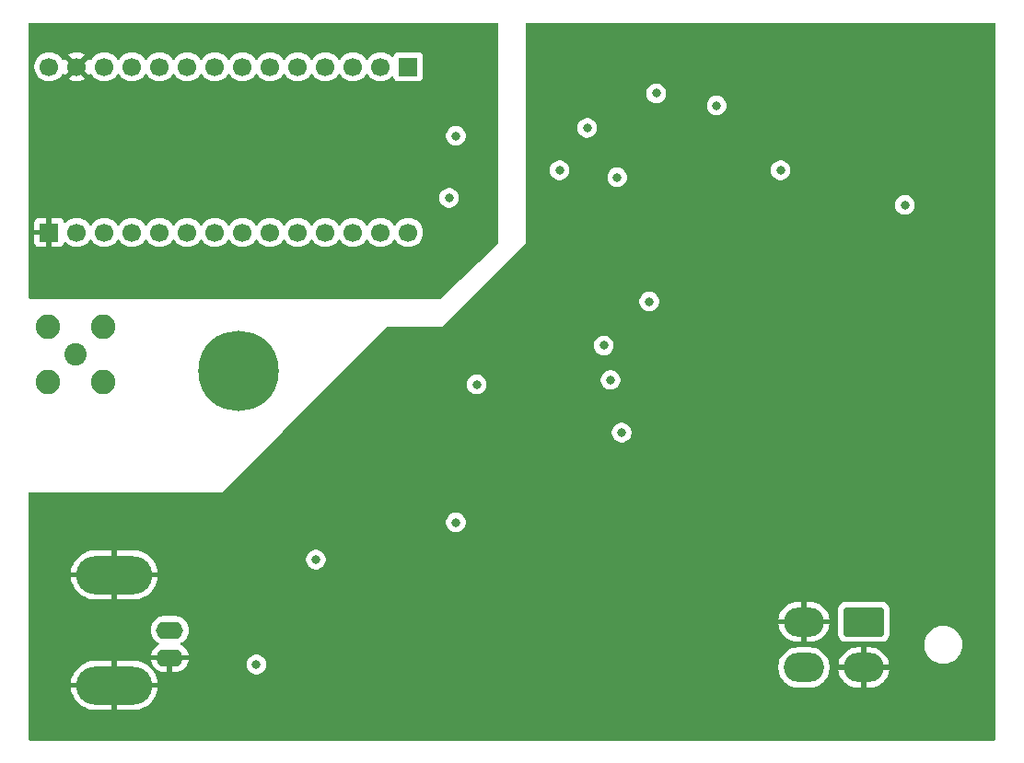
<source format=gbr>
%TF.GenerationSoftware,KiCad,Pcbnew,9.0.4*%
%TF.CreationDate,2025-09-05T01:27:12-04:00*%
%TF.ProjectId,max5719_breakout,6d617835-3731-4395-9f62-7265616b6f75,rev?*%
%TF.SameCoordinates,Original*%
%TF.FileFunction,Copper,L2,Inr*%
%TF.FilePolarity,Positive*%
%FSLAX46Y46*%
G04 Gerber Fmt 4.6, Leading zero omitted, Abs format (unit mm)*
G04 Created by KiCad (PCBNEW 9.0.4) date 2025-09-05 01:27:12*
%MOMM*%
%LPD*%
G01*
G04 APERTURE LIST*
G04 Aperture macros list*
%AMRoundRect*
0 Rectangle with rounded corners*
0 $1 Rounding radius*
0 $2 $3 $4 $5 $6 $7 $8 $9 X,Y pos of 4 corners*
0 Add a 4 corners polygon primitive as box body*
4,1,4,$2,$3,$4,$5,$6,$7,$8,$9,$2,$3,0*
0 Add four circle primitives for the rounded corners*
1,1,$1+$1,$2,$3*
1,1,$1+$1,$4,$5*
1,1,$1+$1,$6,$7*
1,1,$1+$1,$8,$9*
0 Add four rect primitives between the rounded corners*
20,1,$1+$1,$2,$3,$4,$5,0*
20,1,$1+$1,$4,$5,$6,$7,0*
20,1,$1+$1,$6,$7,$8,$9,0*
20,1,$1+$1,$8,$9,$2,$3,0*%
G04 Aperture macros list end*
%TA.AperFunction,ComponentPad*%
%ADD10C,0.800000*%
%TD*%
%TA.AperFunction,ComponentPad*%
%ADD11C,7.400000*%
%TD*%
%TA.AperFunction,ComponentPad*%
%ADD12RoundRect,0.250001X-1.599999X1.099999X-1.599999X-1.099999X1.599999X-1.099999X1.599999X1.099999X0*%
%TD*%
%TA.AperFunction,ComponentPad*%
%ADD13O,3.700000X2.700000*%
%TD*%
%TA.AperFunction,ComponentPad*%
%ADD14O,2.500000X1.600000*%
%TD*%
%TA.AperFunction,ComponentPad*%
%ADD15O,7.000000X3.500000*%
%TD*%
%TA.AperFunction,ComponentPad*%
%ADD16C,2.050000*%
%TD*%
%TA.AperFunction,ComponentPad*%
%ADD17C,2.250000*%
%TD*%
%TA.AperFunction,ComponentPad*%
%ADD18R,1.700000X1.700000*%
%TD*%
%TA.AperFunction,ComponentPad*%
%ADD19C,1.700000*%
%TD*%
%TA.AperFunction,ViaPad*%
%ADD20C,0.800000*%
%TD*%
G04 APERTURE END LIST*
D10*
%TO.N,unconnected-(H1-Pad1)*%
%TO.C,H1*%
X36849000Y-62484000D03*
X37661779Y-60521779D03*
X37661779Y-64446221D03*
X39624000Y-59709000D03*
D11*
X39624000Y-62484000D03*
D10*
X39624000Y-65259000D03*
X41586221Y-60521779D03*
X41586221Y-64446221D03*
X42399000Y-62484000D03*
%TD*%
D12*
%TO.N,Vp_unreg*%
%TO.C,J1*%
X97094000Y-85598000D03*
D13*
%TO.N,GND*%
X97094000Y-89798000D03*
X91594000Y-85598000D03*
%TO.N,Vn_unreg*%
X91594000Y-89798000D03*
%TD*%
D14*
%TO.N,Net-(J5-In)*%
%TO.C,J5*%
X33274000Y-86360000D03*
D15*
%TO.N,GND*%
X28194000Y-91440000D03*
D14*
X33274000Y-88900000D03*
D15*
X28194000Y-81280000D03*
%TD*%
D16*
%TO.N,Net-(J2-In)*%
%TO.C,J2*%
X24638000Y-60960000D03*
D17*
%TO.N,Net-(J2-Ext)*%
X22098000Y-63500000D03*
X27178000Y-63500000D03*
X22098000Y-58420000D03*
X27178000Y-58420000D03*
%TD*%
D10*
%TO.N,GND*%
%TO.C,H2*%
X95199221Y-35744221D03*
X96012000Y-33782000D03*
X96012000Y-37706442D03*
X97974221Y-32969221D03*
D11*
X97974221Y-35744221D03*
D10*
X97974221Y-38519221D03*
X99936442Y-33782000D03*
X99936442Y-37706442D03*
X100749221Y-35744221D03*
%TD*%
D18*
%TO.N,/core/DIN*%
%TO.C,J4*%
X55213000Y-34544000D03*
D19*
%TO.N,unconnected-(J4-Pin_2-Pad2)*%
X52673000Y-34544000D03*
%TO.N,unconnected-(J4-Pin_3-Pad3)*%
X50133000Y-34544000D03*
%TO.N,unconnected-(J4-Pin_4-Pad4)*%
X47593000Y-34544000D03*
%TO.N,unconnected-(J4-Pin_5-Pad5)*%
X45053000Y-34544000D03*
%TO.N,unconnected-(J4-Pin_6-Pad6)*%
X42513000Y-34544000D03*
%TO.N,unconnected-(J4-Pin_7-Pad7)*%
X39973000Y-34544000D03*
%TO.N,unconnected-(J4-Pin_8-Pad8)*%
X37433000Y-34544000D03*
%TO.N,unconnected-(J4-Pin_9-Pad9)*%
X34893000Y-34544000D03*
%TO.N,unconnected-(J4-Pin_10-Pad10)*%
X32353000Y-34544000D03*
%TO.N,unconnected-(J4-Pin_11-Pad11)*%
X29813000Y-34544000D03*
%TO.N,+3.3V*%
X27273000Y-34544000D03*
%TO.N,GNDD*%
X24733000Y-34544000D03*
%TO.N,unconnected-(J4-Pin_14-Pad14)*%
X22193000Y-34544000D03*
%TD*%
D10*
%TO.N,GND*%
%TO.C,H3*%
X79013000Y-91948000D03*
X79825779Y-89985779D03*
X79825779Y-93910221D03*
X81788000Y-89173000D03*
D11*
X81788000Y-91948000D03*
D10*
X81788000Y-94723000D03*
X83750221Y-89985779D03*
X83750221Y-93910221D03*
X84563000Y-91948000D03*
%TD*%
D18*
%TO.N,GNDD*%
%TO.C,J3*%
X22193000Y-49784000D03*
D19*
%TO.N,unconnected-(J3-Pin_2-Pad2)*%
X24733000Y-49784000D03*
%TO.N,unconnected-(J3-Pin_3-Pad3)*%
X27273000Y-49784000D03*
%TO.N,Net-(J3-Pin_4)*%
X29813000Y-49784000D03*
%TO.N,unconnected-(J3-Pin_5-Pad5)*%
X32353000Y-49784000D03*
%TO.N,unconnected-(J3-Pin_6-Pad6)*%
X34893000Y-49784000D03*
%TO.N,unconnected-(J3-Pin_7-Pad7)*%
X37433000Y-49784000D03*
%TO.N,unconnected-(J3-Pin_8-Pad8)*%
X39973000Y-49784000D03*
%TO.N,unconnected-(J3-Pin_9-Pad9)*%
X42513000Y-49784000D03*
%TO.N,unconnected-(J3-Pin_10-Pad10)*%
X45053000Y-49784000D03*
%TO.N,/core/LDAC*%
X47593000Y-49784000D03*
%TO.N,/core/CS*%
X50133000Y-49784000D03*
%TO.N,/core/SCLK*%
X52673000Y-49784000D03*
%TO.N,unconnected-(J3-Pin_14-Pad14)*%
X55213000Y-49784000D03*
%TD*%
D20*
%TO.N,GND*%
X62865000Y-67310000D03*
%TO.N,+5V*%
X89441000Y-44069000D03*
X78011000Y-36994000D03*
X74422000Y-44704000D03*
%TO.N,-12V*%
X77376000Y-56134000D03*
X100871000Y-47244000D03*
X46716750Y-79883000D03*
%TO.N,+12V*%
X61501000Y-63754000D03*
X74836000Y-68199000D03*
X41255750Y-89535000D03*
X59596000Y-76454000D03*
%TO.N,GND*%
X78486000Y-70104000D03*
X91346000Y-53594000D03*
X49022000Y-79248000D03*
X73152000Y-48260000D03*
X84582000Y-49530000D03*
X82296000Y-85090000D03*
X75438000Y-81788000D03*
X72898000Y-86106000D03*
X87630000Y-38862000D03*
X64262000Y-71374000D03*
X52070000Y-80518000D03*
X68834000Y-39370000D03*
X84582000Y-47752000D03*
X83058000Y-65786000D03*
X28448000Y-95504000D03*
X69088000Y-71374000D03*
X77216000Y-67564000D03*
X46355000Y-93980000D03*
X61976000Y-80010000D03*
X65532000Y-79756000D03*
X70866000Y-60198000D03*
X82296000Y-55118000D03*
X52070000Y-82550000D03*
X38354000Y-82042000D03*
X49530000Y-88900000D03*
X92202000Y-37084000D03*
X82042000Y-61214000D03*
X38862000Y-92964000D03*
X52578000Y-76962000D03*
X101600000Y-39624000D03*
X101252000Y-57912000D03*
X80461000Y-45212000D03*
X88392000Y-73406000D03*
X91346000Y-57404000D03*
X69342000Y-79756000D03*
X28194000Y-77470000D03*
X78740000Y-61468000D03*
X95250000Y-72644000D03*
X80264000Y-34290000D03*
X67056000Y-48514000D03*
X66294000Y-67056000D03*
X106680000Y-68326000D03*
X79756000Y-56896000D03*
X94996000Y-70358000D03*
X66548000Y-68834000D03*
X56388000Y-67564000D03*
X80772000Y-62738000D03*
X86360000Y-71120000D03*
X41656000Y-80518000D03*
X53594000Y-75184000D03*
X98204000Y-65278000D03*
X98552000Y-72644000D03*
X78994000Y-55626000D03*
X91346000Y-60579000D03*
X101252000Y-61214000D03*
X79502000Y-85090000D03*
X60960000Y-68834000D03*
X42545000Y-93980000D03*
X87630000Y-65278000D03*
X58166000Y-60452000D03*
X69088000Y-67818000D03*
X84836000Y-58674000D03*
X101346000Y-67310000D03*
X66040000Y-59055000D03*
X76454000Y-76708000D03*
X37330079Y-85089481D03*
X67310000Y-62865000D03*
X89408000Y-34544000D03*
X56388000Y-86360000D03*
X43688000Y-82550000D03*
X73914000Y-71374000D03*
X49530000Y-93345000D03*
X50800000Y-74168000D03*
X85598000Y-45720000D03*
X105918000Y-71374000D03*
X59690000Y-71374000D03*
X80264000Y-53340000D03*
X76454000Y-44958000D03*
X52705000Y-93345000D03*
X54356000Y-70612000D03*
X91694000Y-67310000D03*
X68834000Y-58420000D03*
X100998000Y-53848000D03*
X84582000Y-42672000D03*
X84328000Y-62992000D03*
X94234000Y-39624000D03*
%TO.N,Net-(JP2-B)*%
X73816000Y-63354250D03*
X73181000Y-60179250D03*
%TO.N,/core/SCLK*%
X58961000Y-46609000D03*
X59596000Y-40894000D03*
%TO.N,GNDD*%
X33020000Y-31242000D03*
X60960000Y-34544000D03*
X32766000Y-52070000D03*
X42164000Y-31242000D03*
X49022000Y-32766000D03*
X22098000Y-46990000D03*
X54356000Y-38354000D03*
X54356000Y-40132000D03*
X54356000Y-41910000D03*
X58674000Y-43942000D03*
X58674000Y-32258000D03*
X51562000Y-32766000D03*
X26924000Y-42672000D03*
X36830000Y-31242000D03*
X56134000Y-40132000D03*
X47752000Y-52070000D03*
X39878000Y-38862000D03*
X54864000Y-32766000D03*
X22352000Y-36830000D03*
X26924000Y-39116000D03*
X61976000Y-48768000D03*
X56134000Y-37084000D03*
X58166000Y-35560000D03*
X28194000Y-31750000D03*
X43180000Y-42418000D03*
X59690000Y-49022000D03*
X50546000Y-53340000D03*
X26924000Y-36830000D03*
X56642000Y-43942000D03*
X57912000Y-39370000D03*
X52832000Y-45720000D03*
X27178000Y-52324000D03*
X54610000Y-53340000D03*
X29718000Y-40386000D03*
X54864000Y-42926000D03*
X48260000Y-46990000D03*
X57658000Y-48006000D03*
X28194000Y-53848000D03*
X30226000Y-46736000D03*
X57150000Y-53086000D03*
X53848000Y-47244000D03*
X54610000Y-43942000D03*
X36576000Y-44196000D03*
X45720000Y-43942000D03*
X29972000Y-43180000D03*
X26162000Y-45466000D03*
X23876000Y-43180000D03*
X24130000Y-39116000D03*
X51816000Y-46990000D03*
X32766000Y-40132000D03*
X48260000Y-39116000D03*
X58928000Y-51054000D03*
X52324000Y-53340000D03*
X30734000Y-51816000D03*
X53848000Y-44958000D03*
X56134000Y-38608000D03*
X46228000Y-32766000D03*
X56642000Y-41656000D03*
%TO.N,Net-(U6-I{slash}OB1)*%
X69121000Y-44069000D03*
X83566000Y-38100000D03*
X71661000Y-40167595D03*
%TD*%
%TA.AperFunction,Conductor*%
%TO.N,GNDD*%
G36*
X63443039Y-30500185D02*
G01*
X63488794Y-30552989D01*
X63500000Y-30604500D01*
X63500000Y-50746857D01*
X63480315Y-50813896D01*
X63461517Y-50836650D01*
X58201917Y-55845793D01*
X58139796Y-55877773D01*
X58116400Y-55880000D01*
X20444500Y-55880000D01*
X20377461Y-55860315D01*
X20331706Y-55807511D01*
X20320500Y-55756000D01*
X20320500Y-48886155D01*
X20843000Y-48886155D01*
X20843000Y-49534000D01*
X21759988Y-49534000D01*
X21727075Y-49591007D01*
X21693000Y-49718174D01*
X21693000Y-49849826D01*
X21727075Y-49976993D01*
X21759988Y-50034000D01*
X20843000Y-50034000D01*
X20843000Y-50681844D01*
X20849401Y-50741372D01*
X20849403Y-50741379D01*
X20899645Y-50876086D01*
X20899649Y-50876093D01*
X20985809Y-50991187D01*
X20985812Y-50991190D01*
X21100906Y-51077350D01*
X21100913Y-51077354D01*
X21235620Y-51127596D01*
X21235627Y-51127598D01*
X21295155Y-51133999D01*
X21295172Y-51134000D01*
X21943000Y-51134000D01*
X21943000Y-50217012D01*
X22000007Y-50249925D01*
X22127174Y-50284000D01*
X22258826Y-50284000D01*
X22385993Y-50249925D01*
X22443000Y-50217012D01*
X22443000Y-51134000D01*
X23090828Y-51134000D01*
X23090844Y-51133999D01*
X23150372Y-51127598D01*
X23150379Y-51127596D01*
X23285086Y-51077354D01*
X23285093Y-51077350D01*
X23400187Y-50991190D01*
X23400190Y-50991187D01*
X23486350Y-50876093D01*
X23486354Y-50876086D01*
X23535422Y-50744529D01*
X23577293Y-50688595D01*
X23642757Y-50664178D01*
X23711030Y-50679030D01*
X23739285Y-50700181D01*
X23853213Y-50814109D01*
X24025179Y-50939048D01*
X24025181Y-50939049D01*
X24025184Y-50939051D01*
X24214588Y-51035557D01*
X24416757Y-51101246D01*
X24626713Y-51134500D01*
X24626714Y-51134500D01*
X24839286Y-51134500D01*
X24839287Y-51134500D01*
X25049243Y-51101246D01*
X25251412Y-51035557D01*
X25440816Y-50939051D01*
X25527471Y-50876093D01*
X25612786Y-50814109D01*
X25612788Y-50814106D01*
X25612792Y-50814104D01*
X25763104Y-50663792D01*
X25763106Y-50663788D01*
X25763109Y-50663786D01*
X25888048Y-50491820D01*
X25888047Y-50491820D01*
X25888051Y-50491816D01*
X25892514Y-50483054D01*
X25940488Y-50432259D01*
X26008308Y-50415463D01*
X26074444Y-50437999D01*
X26113486Y-50483056D01*
X26117951Y-50491820D01*
X26242890Y-50663786D01*
X26393213Y-50814109D01*
X26565179Y-50939048D01*
X26565181Y-50939049D01*
X26565184Y-50939051D01*
X26754588Y-51035557D01*
X26956757Y-51101246D01*
X27166713Y-51134500D01*
X27166714Y-51134500D01*
X27379286Y-51134500D01*
X27379287Y-51134500D01*
X27589243Y-51101246D01*
X27791412Y-51035557D01*
X27980816Y-50939051D01*
X28067471Y-50876093D01*
X28152786Y-50814109D01*
X28152788Y-50814106D01*
X28152792Y-50814104D01*
X28303104Y-50663792D01*
X28303106Y-50663788D01*
X28303109Y-50663786D01*
X28428048Y-50491820D01*
X28428047Y-50491820D01*
X28428051Y-50491816D01*
X28432514Y-50483054D01*
X28480488Y-50432259D01*
X28548308Y-50415463D01*
X28614444Y-50437999D01*
X28653486Y-50483056D01*
X28657951Y-50491820D01*
X28782890Y-50663786D01*
X28933213Y-50814109D01*
X29105179Y-50939048D01*
X29105181Y-50939049D01*
X29105184Y-50939051D01*
X29294588Y-51035557D01*
X29496757Y-51101246D01*
X29706713Y-51134500D01*
X29706714Y-51134500D01*
X29919286Y-51134500D01*
X29919287Y-51134500D01*
X30129243Y-51101246D01*
X30331412Y-51035557D01*
X30520816Y-50939051D01*
X30607471Y-50876093D01*
X30692786Y-50814109D01*
X30692788Y-50814106D01*
X30692792Y-50814104D01*
X30843104Y-50663792D01*
X30843106Y-50663788D01*
X30843109Y-50663786D01*
X30968048Y-50491820D01*
X30968047Y-50491820D01*
X30968051Y-50491816D01*
X30972514Y-50483054D01*
X31020488Y-50432259D01*
X31088308Y-50415463D01*
X31154444Y-50437999D01*
X31193486Y-50483056D01*
X31197951Y-50491820D01*
X31322890Y-50663786D01*
X31473213Y-50814109D01*
X31645179Y-50939048D01*
X31645181Y-50939049D01*
X31645184Y-50939051D01*
X31834588Y-51035557D01*
X32036757Y-51101246D01*
X32246713Y-51134500D01*
X32246714Y-51134500D01*
X32459286Y-51134500D01*
X32459287Y-51134500D01*
X32669243Y-51101246D01*
X32871412Y-51035557D01*
X33060816Y-50939051D01*
X33147471Y-50876093D01*
X33232786Y-50814109D01*
X33232788Y-50814106D01*
X33232792Y-50814104D01*
X33383104Y-50663792D01*
X33383106Y-50663788D01*
X33383109Y-50663786D01*
X33508048Y-50491820D01*
X33508047Y-50491820D01*
X33508051Y-50491816D01*
X33512514Y-50483054D01*
X33560488Y-50432259D01*
X33628308Y-50415463D01*
X33694444Y-50437999D01*
X33733486Y-50483056D01*
X33737951Y-50491820D01*
X33862890Y-50663786D01*
X34013213Y-50814109D01*
X34185179Y-50939048D01*
X34185181Y-50939049D01*
X34185184Y-50939051D01*
X34374588Y-51035557D01*
X34576757Y-51101246D01*
X34786713Y-51134500D01*
X34786714Y-51134500D01*
X34999286Y-51134500D01*
X34999287Y-51134500D01*
X35209243Y-51101246D01*
X35411412Y-51035557D01*
X35600816Y-50939051D01*
X35687471Y-50876093D01*
X35772786Y-50814109D01*
X35772788Y-50814106D01*
X35772792Y-50814104D01*
X35923104Y-50663792D01*
X35923106Y-50663788D01*
X35923109Y-50663786D01*
X36048048Y-50491820D01*
X36048047Y-50491820D01*
X36048051Y-50491816D01*
X36052514Y-50483054D01*
X36100488Y-50432259D01*
X36168308Y-50415463D01*
X36234444Y-50437999D01*
X36273486Y-50483056D01*
X36277951Y-50491820D01*
X36402890Y-50663786D01*
X36553213Y-50814109D01*
X36725179Y-50939048D01*
X36725181Y-50939049D01*
X36725184Y-50939051D01*
X36914588Y-51035557D01*
X37116757Y-51101246D01*
X37326713Y-51134500D01*
X37326714Y-51134500D01*
X37539286Y-51134500D01*
X37539287Y-51134500D01*
X37749243Y-51101246D01*
X37951412Y-51035557D01*
X38140816Y-50939051D01*
X38227471Y-50876093D01*
X38312786Y-50814109D01*
X38312788Y-50814106D01*
X38312792Y-50814104D01*
X38463104Y-50663792D01*
X38463106Y-50663788D01*
X38463109Y-50663786D01*
X38588048Y-50491820D01*
X38588047Y-50491820D01*
X38588051Y-50491816D01*
X38592514Y-50483054D01*
X38640488Y-50432259D01*
X38708308Y-50415463D01*
X38774444Y-50437999D01*
X38813486Y-50483056D01*
X38817951Y-50491820D01*
X38942890Y-50663786D01*
X39093213Y-50814109D01*
X39265179Y-50939048D01*
X39265181Y-50939049D01*
X39265184Y-50939051D01*
X39454588Y-51035557D01*
X39656757Y-51101246D01*
X39866713Y-51134500D01*
X39866714Y-51134500D01*
X40079286Y-51134500D01*
X40079287Y-51134500D01*
X40289243Y-51101246D01*
X40491412Y-51035557D01*
X40680816Y-50939051D01*
X40767471Y-50876093D01*
X40852786Y-50814109D01*
X40852788Y-50814106D01*
X40852792Y-50814104D01*
X41003104Y-50663792D01*
X41003106Y-50663788D01*
X41003109Y-50663786D01*
X41128048Y-50491820D01*
X41128047Y-50491820D01*
X41128051Y-50491816D01*
X41132514Y-50483054D01*
X41180488Y-50432259D01*
X41248308Y-50415463D01*
X41314444Y-50437999D01*
X41353486Y-50483056D01*
X41357951Y-50491820D01*
X41482890Y-50663786D01*
X41633213Y-50814109D01*
X41805179Y-50939048D01*
X41805181Y-50939049D01*
X41805184Y-50939051D01*
X41994588Y-51035557D01*
X42196757Y-51101246D01*
X42406713Y-51134500D01*
X42406714Y-51134500D01*
X42619286Y-51134500D01*
X42619287Y-51134500D01*
X42829243Y-51101246D01*
X43031412Y-51035557D01*
X43220816Y-50939051D01*
X43307471Y-50876093D01*
X43392786Y-50814109D01*
X43392788Y-50814106D01*
X43392792Y-50814104D01*
X43543104Y-50663792D01*
X43543106Y-50663788D01*
X43543109Y-50663786D01*
X43668048Y-50491820D01*
X43668047Y-50491820D01*
X43668051Y-50491816D01*
X43672514Y-50483054D01*
X43720488Y-50432259D01*
X43788308Y-50415463D01*
X43854444Y-50437999D01*
X43893486Y-50483056D01*
X43897951Y-50491820D01*
X44022890Y-50663786D01*
X44173213Y-50814109D01*
X44345179Y-50939048D01*
X44345181Y-50939049D01*
X44345184Y-50939051D01*
X44534588Y-51035557D01*
X44736757Y-51101246D01*
X44946713Y-51134500D01*
X44946714Y-51134500D01*
X45159286Y-51134500D01*
X45159287Y-51134500D01*
X45369243Y-51101246D01*
X45571412Y-51035557D01*
X45760816Y-50939051D01*
X45847471Y-50876093D01*
X45932786Y-50814109D01*
X45932788Y-50814106D01*
X45932792Y-50814104D01*
X46083104Y-50663792D01*
X46083106Y-50663788D01*
X46083109Y-50663786D01*
X46208048Y-50491820D01*
X46208047Y-50491820D01*
X46208051Y-50491816D01*
X46212514Y-50483054D01*
X46260488Y-50432259D01*
X46328308Y-50415463D01*
X46394444Y-50437999D01*
X46433486Y-50483056D01*
X46437951Y-50491820D01*
X46562890Y-50663786D01*
X46713213Y-50814109D01*
X46885179Y-50939048D01*
X46885181Y-50939049D01*
X46885184Y-50939051D01*
X47074588Y-51035557D01*
X47276757Y-51101246D01*
X47486713Y-51134500D01*
X47486714Y-51134500D01*
X47699286Y-51134500D01*
X47699287Y-51134500D01*
X47909243Y-51101246D01*
X48111412Y-51035557D01*
X48300816Y-50939051D01*
X48387471Y-50876093D01*
X48472786Y-50814109D01*
X48472788Y-50814106D01*
X48472792Y-50814104D01*
X48623104Y-50663792D01*
X48623106Y-50663788D01*
X48623109Y-50663786D01*
X48748048Y-50491820D01*
X48748047Y-50491820D01*
X48748051Y-50491816D01*
X48752514Y-50483054D01*
X48800488Y-50432259D01*
X48868308Y-50415463D01*
X48934444Y-50437999D01*
X48973486Y-50483056D01*
X48977951Y-50491820D01*
X49102890Y-50663786D01*
X49253213Y-50814109D01*
X49425179Y-50939048D01*
X49425181Y-50939049D01*
X49425184Y-50939051D01*
X49614588Y-51035557D01*
X49816757Y-51101246D01*
X50026713Y-51134500D01*
X50026714Y-51134500D01*
X50239286Y-51134500D01*
X50239287Y-51134500D01*
X50449243Y-51101246D01*
X50651412Y-51035557D01*
X50840816Y-50939051D01*
X50927471Y-50876093D01*
X51012786Y-50814109D01*
X51012788Y-50814106D01*
X51012792Y-50814104D01*
X51163104Y-50663792D01*
X51163106Y-50663788D01*
X51163109Y-50663786D01*
X51288048Y-50491820D01*
X51288047Y-50491820D01*
X51288051Y-50491816D01*
X51292514Y-50483054D01*
X51340488Y-50432259D01*
X51408308Y-50415463D01*
X51474444Y-50437999D01*
X51513486Y-50483056D01*
X51517951Y-50491820D01*
X51642890Y-50663786D01*
X51793213Y-50814109D01*
X51965179Y-50939048D01*
X51965181Y-50939049D01*
X51965184Y-50939051D01*
X52154588Y-51035557D01*
X52356757Y-51101246D01*
X52566713Y-51134500D01*
X52566714Y-51134500D01*
X52779286Y-51134500D01*
X52779287Y-51134500D01*
X52989243Y-51101246D01*
X53191412Y-51035557D01*
X53380816Y-50939051D01*
X53467471Y-50876093D01*
X53552786Y-50814109D01*
X53552788Y-50814106D01*
X53552792Y-50814104D01*
X53703104Y-50663792D01*
X53703106Y-50663788D01*
X53703109Y-50663786D01*
X53828048Y-50491820D01*
X53828047Y-50491820D01*
X53828051Y-50491816D01*
X53832514Y-50483054D01*
X53880488Y-50432259D01*
X53948308Y-50415463D01*
X54014444Y-50437999D01*
X54053486Y-50483056D01*
X54057951Y-50491820D01*
X54182890Y-50663786D01*
X54333213Y-50814109D01*
X54505179Y-50939048D01*
X54505181Y-50939049D01*
X54505184Y-50939051D01*
X54694588Y-51035557D01*
X54896757Y-51101246D01*
X55106713Y-51134500D01*
X55106714Y-51134500D01*
X55319286Y-51134500D01*
X55319287Y-51134500D01*
X55529243Y-51101246D01*
X55731412Y-51035557D01*
X55920816Y-50939051D01*
X56007471Y-50876093D01*
X56092786Y-50814109D01*
X56092788Y-50814106D01*
X56092792Y-50814104D01*
X56243104Y-50663792D01*
X56243106Y-50663788D01*
X56243109Y-50663786D01*
X56368048Y-50491820D01*
X56368047Y-50491820D01*
X56368051Y-50491816D01*
X56464557Y-50302412D01*
X56530246Y-50100243D01*
X56563500Y-49890287D01*
X56563500Y-49677713D01*
X56530246Y-49467757D01*
X56464557Y-49265588D01*
X56368051Y-49076184D01*
X56368049Y-49076181D01*
X56368048Y-49076179D01*
X56243109Y-48904213D01*
X56092786Y-48753890D01*
X55920820Y-48628951D01*
X55731414Y-48532444D01*
X55731413Y-48532443D01*
X55731412Y-48532443D01*
X55529243Y-48466754D01*
X55529241Y-48466753D01*
X55529240Y-48466753D01*
X55367957Y-48441208D01*
X55319287Y-48433500D01*
X55106713Y-48433500D01*
X55058042Y-48441208D01*
X54896760Y-48466753D01*
X54694585Y-48532444D01*
X54505179Y-48628951D01*
X54333213Y-48753890D01*
X54182890Y-48904213D01*
X54057949Y-49076182D01*
X54053484Y-49084946D01*
X54005509Y-49135742D01*
X53937688Y-49152536D01*
X53871553Y-49129998D01*
X53832516Y-49084946D01*
X53828050Y-49076182D01*
X53703109Y-48904213D01*
X53552786Y-48753890D01*
X53380820Y-48628951D01*
X53191414Y-48532444D01*
X53191413Y-48532443D01*
X53191412Y-48532443D01*
X52989243Y-48466754D01*
X52989241Y-48466753D01*
X52989240Y-48466753D01*
X52827957Y-48441208D01*
X52779287Y-48433500D01*
X52566713Y-48433500D01*
X52518042Y-48441208D01*
X52356760Y-48466753D01*
X52154585Y-48532444D01*
X51965179Y-48628951D01*
X51793213Y-48753890D01*
X51642890Y-48904213D01*
X51517949Y-49076182D01*
X51513484Y-49084946D01*
X51465509Y-49135742D01*
X51397688Y-49152536D01*
X51331553Y-49129998D01*
X51292516Y-49084946D01*
X51288050Y-49076182D01*
X51163109Y-48904213D01*
X51012786Y-48753890D01*
X50840820Y-48628951D01*
X50651414Y-48532444D01*
X50651413Y-48532443D01*
X50651412Y-48532443D01*
X50449243Y-48466754D01*
X50449241Y-48466753D01*
X50449240Y-48466753D01*
X50287957Y-48441208D01*
X50239287Y-48433500D01*
X50026713Y-48433500D01*
X49978042Y-48441208D01*
X49816760Y-48466753D01*
X49614585Y-48532444D01*
X49425179Y-48628951D01*
X49253213Y-48753890D01*
X49102890Y-48904213D01*
X48977949Y-49076182D01*
X48973484Y-49084946D01*
X48925509Y-49135742D01*
X48857688Y-49152536D01*
X48791553Y-49129998D01*
X48752516Y-49084946D01*
X48748050Y-49076182D01*
X48623109Y-48904213D01*
X48472786Y-48753890D01*
X48300820Y-48628951D01*
X48111414Y-48532444D01*
X48111413Y-48532443D01*
X48111412Y-48532443D01*
X47909243Y-48466754D01*
X47909241Y-48466753D01*
X47909240Y-48466753D01*
X47747957Y-48441208D01*
X47699287Y-48433500D01*
X47486713Y-48433500D01*
X47438042Y-48441208D01*
X47276760Y-48466753D01*
X47074585Y-48532444D01*
X46885179Y-48628951D01*
X46713213Y-48753890D01*
X46562890Y-48904213D01*
X46437949Y-49076182D01*
X46433484Y-49084946D01*
X46385509Y-49135742D01*
X46317688Y-49152536D01*
X46251553Y-49129998D01*
X46212516Y-49084946D01*
X46208050Y-49076182D01*
X46083109Y-48904213D01*
X45932786Y-48753890D01*
X45760820Y-48628951D01*
X45571414Y-48532444D01*
X45571413Y-48532443D01*
X45571412Y-48532443D01*
X45369243Y-48466754D01*
X45369241Y-48466753D01*
X45369240Y-48466753D01*
X45207957Y-48441208D01*
X45159287Y-48433500D01*
X44946713Y-48433500D01*
X44898042Y-48441208D01*
X44736760Y-48466753D01*
X44534585Y-48532444D01*
X44345179Y-48628951D01*
X44173213Y-48753890D01*
X44022890Y-48904213D01*
X43897949Y-49076182D01*
X43893484Y-49084946D01*
X43845509Y-49135742D01*
X43777688Y-49152536D01*
X43711553Y-49129998D01*
X43672516Y-49084946D01*
X43668050Y-49076182D01*
X43543109Y-48904213D01*
X43392786Y-48753890D01*
X43220820Y-48628951D01*
X43031414Y-48532444D01*
X43031413Y-48532443D01*
X43031412Y-48532443D01*
X42829243Y-48466754D01*
X42829241Y-48466753D01*
X42829240Y-48466753D01*
X42667957Y-48441208D01*
X42619287Y-48433500D01*
X42406713Y-48433500D01*
X42358042Y-48441208D01*
X42196760Y-48466753D01*
X41994585Y-48532444D01*
X41805179Y-48628951D01*
X41633213Y-48753890D01*
X41482890Y-48904213D01*
X41357949Y-49076182D01*
X41353484Y-49084946D01*
X41305509Y-49135742D01*
X41237688Y-49152536D01*
X41171553Y-49129998D01*
X41132516Y-49084946D01*
X41128050Y-49076182D01*
X41003109Y-48904213D01*
X40852786Y-48753890D01*
X40680820Y-48628951D01*
X40491414Y-48532444D01*
X40491413Y-48532443D01*
X40491412Y-48532443D01*
X40289243Y-48466754D01*
X40289241Y-48466753D01*
X40289240Y-48466753D01*
X40127957Y-48441208D01*
X40079287Y-48433500D01*
X39866713Y-48433500D01*
X39818042Y-48441208D01*
X39656760Y-48466753D01*
X39454585Y-48532444D01*
X39265179Y-48628951D01*
X39093213Y-48753890D01*
X38942890Y-48904213D01*
X38817949Y-49076182D01*
X38813484Y-49084946D01*
X38765509Y-49135742D01*
X38697688Y-49152536D01*
X38631553Y-49129998D01*
X38592516Y-49084946D01*
X38588050Y-49076182D01*
X38463109Y-48904213D01*
X38312786Y-48753890D01*
X38140820Y-48628951D01*
X37951414Y-48532444D01*
X37951413Y-48532443D01*
X37951412Y-48532443D01*
X37749243Y-48466754D01*
X37749241Y-48466753D01*
X37749240Y-48466753D01*
X37587957Y-48441208D01*
X37539287Y-48433500D01*
X37326713Y-48433500D01*
X37278042Y-48441208D01*
X37116760Y-48466753D01*
X36914585Y-48532444D01*
X36725179Y-48628951D01*
X36553213Y-48753890D01*
X36402890Y-48904213D01*
X36277949Y-49076182D01*
X36273484Y-49084946D01*
X36225509Y-49135742D01*
X36157688Y-49152536D01*
X36091553Y-49129998D01*
X36052516Y-49084946D01*
X36048050Y-49076182D01*
X35923109Y-48904213D01*
X35772786Y-48753890D01*
X35600820Y-48628951D01*
X35411414Y-48532444D01*
X35411413Y-48532443D01*
X35411412Y-48532443D01*
X35209243Y-48466754D01*
X35209241Y-48466753D01*
X35209240Y-48466753D01*
X35047957Y-48441208D01*
X34999287Y-48433500D01*
X34786713Y-48433500D01*
X34738042Y-48441208D01*
X34576760Y-48466753D01*
X34374585Y-48532444D01*
X34185179Y-48628951D01*
X34013213Y-48753890D01*
X33862890Y-48904213D01*
X33737949Y-49076182D01*
X33733484Y-49084946D01*
X33685509Y-49135742D01*
X33617688Y-49152536D01*
X33551553Y-49129998D01*
X33512516Y-49084946D01*
X33508050Y-49076182D01*
X33383109Y-48904213D01*
X33232786Y-48753890D01*
X33060820Y-48628951D01*
X32871414Y-48532444D01*
X32871413Y-48532443D01*
X32871412Y-48532443D01*
X32669243Y-48466754D01*
X32669241Y-48466753D01*
X32669240Y-48466753D01*
X32507957Y-48441208D01*
X32459287Y-48433500D01*
X32246713Y-48433500D01*
X32198042Y-48441208D01*
X32036760Y-48466753D01*
X31834585Y-48532444D01*
X31645179Y-48628951D01*
X31473213Y-48753890D01*
X31322890Y-48904213D01*
X31197949Y-49076182D01*
X31193484Y-49084946D01*
X31145509Y-49135742D01*
X31077688Y-49152536D01*
X31011553Y-49129998D01*
X30972516Y-49084946D01*
X30968050Y-49076182D01*
X30843109Y-48904213D01*
X30692786Y-48753890D01*
X30520820Y-48628951D01*
X30331414Y-48532444D01*
X30331413Y-48532443D01*
X30331412Y-48532443D01*
X30129243Y-48466754D01*
X30129241Y-48466753D01*
X30129240Y-48466753D01*
X29967957Y-48441208D01*
X29919287Y-48433500D01*
X29706713Y-48433500D01*
X29658042Y-48441208D01*
X29496760Y-48466753D01*
X29294585Y-48532444D01*
X29105179Y-48628951D01*
X28933213Y-48753890D01*
X28782890Y-48904213D01*
X28657949Y-49076182D01*
X28653484Y-49084946D01*
X28605509Y-49135742D01*
X28537688Y-49152536D01*
X28471553Y-49129998D01*
X28432516Y-49084946D01*
X28428050Y-49076182D01*
X28303109Y-48904213D01*
X28152786Y-48753890D01*
X27980820Y-48628951D01*
X27791414Y-48532444D01*
X27791413Y-48532443D01*
X27791412Y-48532443D01*
X27589243Y-48466754D01*
X27589241Y-48466753D01*
X27589240Y-48466753D01*
X27427957Y-48441208D01*
X27379287Y-48433500D01*
X27166713Y-48433500D01*
X27118042Y-48441208D01*
X26956760Y-48466753D01*
X26754585Y-48532444D01*
X26565179Y-48628951D01*
X26393213Y-48753890D01*
X26242890Y-48904213D01*
X26117949Y-49076182D01*
X26113484Y-49084946D01*
X26065509Y-49135742D01*
X25997688Y-49152536D01*
X25931553Y-49129998D01*
X25892516Y-49084946D01*
X25888050Y-49076182D01*
X25763109Y-48904213D01*
X25612786Y-48753890D01*
X25440820Y-48628951D01*
X25251414Y-48532444D01*
X25251413Y-48532443D01*
X25251412Y-48532443D01*
X25049243Y-48466754D01*
X25049241Y-48466753D01*
X25049240Y-48466753D01*
X24887957Y-48441208D01*
X24839287Y-48433500D01*
X24626713Y-48433500D01*
X24578042Y-48441208D01*
X24416760Y-48466753D01*
X24214585Y-48532444D01*
X24025179Y-48628951D01*
X23853215Y-48753889D01*
X23739285Y-48867819D01*
X23677962Y-48901303D01*
X23608270Y-48896319D01*
X23552337Y-48854447D01*
X23535422Y-48823470D01*
X23486354Y-48691913D01*
X23486350Y-48691906D01*
X23400190Y-48576812D01*
X23400187Y-48576809D01*
X23285093Y-48490649D01*
X23285086Y-48490645D01*
X23150379Y-48440403D01*
X23150372Y-48440401D01*
X23090844Y-48434000D01*
X22443000Y-48434000D01*
X22443000Y-49350988D01*
X22385993Y-49318075D01*
X22258826Y-49284000D01*
X22127174Y-49284000D01*
X22000007Y-49318075D01*
X21943000Y-49350988D01*
X21943000Y-48434000D01*
X21295155Y-48434000D01*
X21235627Y-48440401D01*
X21235620Y-48440403D01*
X21100913Y-48490645D01*
X21100906Y-48490649D01*
X20985812Y-48576809D01*
X20985809Y-48576812D01*
X20899649Y-48691906D01*
X20899645Y-48691913D01*
X20849403Y-48826620D01*
X20849401Y-48826627D01*
X20843000Y-48886155D01*
X20320500Y-48886155D01*
X20320500Y-46520304D01*
X58060500Y-46520304D01*
X58060500Y-46697695D01*
X58095103Y-46871658D01*
X58095106Y-46871667D01*
X58162983Y-47035540D01*
X58162990Y-47035553D01*
X58261535Y-47183034D01*
X58261538Y-47183038D01*
X58386961Y-47308461D01*
X58386965Y-47308464D01*
X58534446Y-47407009D01*
X58534459Y-47407016D01*
X58657363Y-47457923D01*
X58698334Y-47474894D01*
X58698336Y-47474894D01*
X58698341Y-47474896D01*
X58872304Y-47509499D01*
X58872307Y-47509500D01*
X58872309Y-47509500D01*
X59049693Y-47509500D01*
X59049694Y-47509499D01*
X59107682Y-47497964D01*
X59223658Y-47474896D01*
X59223661Y-47474894D01*
X59223666Y-47474894D01*
X59387547Y-47407013D01*
X59535035Y-47308464D01*
X59660464Y-47183035D01*
X59759013Y-47035547D01*
X59826894Y-46871666D01*
X59861500Y-46697691D01*
X59861500Y-46520309D01*
X59861500Y-46520306D01*
X59861499Y-46520304D01*
X59826896Y-46346341D01*
X59826893Y-46346332D01*
X59759016Y-46182459D01*
X59759009Y-46182446D01*
X59660464Y-46034965D01*
X59660461Y-46034961D01*
X59535038Y-45909538D01*
X59535034Y-45909535D01*
X59387553Y-45810990D01*
X59387540Y-45810983D01*
X59223667Y-45743106D01*
X59223658Y-45743103D01*
X59049694Y-45708500D01*
X59049691Y-45708500D01*
X58872309Y-45708500D01*
X58872306Y-45708500D01*
X58698341Y-45743103D01*
X58698332Y-45743106D01*
X58534459Y-45810983D01*
X58534446Y-45810990D01*
X58386965Y-45909535D01*
X58386961Y-45909538D01*
X58261538Y-46034961D01*
X58261535Y-46034965D01*
X58162990Y-46182446D01*
X58162983Y-46182459D01*
X58095106Y-46346332D01*
X58095103Y-46346341D01*
X58060500Y-46520304D01*
X20320500Y-46520304D01*
X20320500Y-40805304D01*
X58695500Y-40805304D01*
X58695500Y-40982695D01*
X58730103Y-41156658D01*
X58730106Y-41156667D01*
X58797983Y-41320540D01*
X58797990Y-41320553D01*
X58896535Y-41468034D01*
X58896538Y-41468038D01*
X59021961Y-41593461D01*
X59021965Y-41593464D01*
X59169446Y-41692009D01*
X59169459Y-41692016D01*
X59292363Y-41742923D01*
X59333334Y-41759894D01*
X59333336Y-41759894D01*
X59333341Y-41759896D01*
X59507304Y-41794499D01*
X59507307Y-41794500D01*
X59507309Y-41794500D01*
X59684693Y-41794500D01*
X59684694Y-41794499D01*
X59742682Y-41782964D01*
X59858658Y-41759896D01*
X59858661Y-41759894D01*
X59858666Y-41759894D01*
X60022547Y-41692013D01*
X60170035Y-41593464D01*
X60295464Y-41468035D01*
X60394013Y-41320547D01*
X60461894Y-41156666D01*
X60496500Y-40982691D01*
X60496500Y-40805309D01*
X60496500Y-40805306D01*
X60496499Y-40805304D01*
X60461896Y-40631341D01*
X60461893Y-40631332D01*
X60394016Y-40467459D01*
X60394009Y-40467446D01*
X60295464Y-40319965D01*
X60295461Y-40319961D01*
X60170038Y-40194538D01*
X60170034Y-40194535D01*
X60022553Y-40095990D01*
X60022540Y-40095983D01*
X59858667Y-40028106D01*
X59858658Y-40028103D01*
X59684694Y-39993500D01*
X59684691Y-39993500D01*
X59507309Y-39993500D01*
X59507306Y-39993500D01*
X59333341Y-40028103D01*
X59333332Y-40028106D01*
X59169459Y-40095983D01*
X59169446Y-40095990D01*
X59021965Y-40194535D01*
X59021961Y-40194538D01*
X58896538Y-40319961D01*
X58896535Y-40319965D01*
X58797990Y-40467446D01*
X58797983Y-40467459D01*
X58730106Y-40631332D01*
X58730103Y-40631341D01*
X58695500Y-40805304D01*
X20320500Y-40805304D01*
X20320500Y-34437713D01*
X20842500Y-34437713D01*
X20842500Y-34650286D01*
X20875753Y-34860239D01*
X20941444Y-35062414D01*
X21037951Y-35251820D01*
X21162890Y-35423786D01*
X21313213Y-35574109D01*
X21485179Y-35699048D01*
X21485181Y-35699049D01*
X21485184Y-35699051D01*
X21674588Y-35795557D01*
X21876757Y-35861246D01*
X22086713Y-35894500D01*
X22086714Y-35894500D01*
X22299286Y-35894500D01*
X22299287Y-35894500D01*
X22509243Y-35861246D01*
X22711412Y-35795557D01*
X22900816Y-35699051D01*
X22987138Y-35636335D01*
X23072786Y-35574109D01*
X23072788Y-35574106D01*
X23072792Y-35574104D01*
X23223104Y-35423792D01*
X23223106Y-35423788D01*
X23223109Y-35423786D01*
X23308890Y-35305717D01*
X23348051Y-35251816D01*
X23352793Y-35242508D01*
X23400763Y-35191711D01*
X23468583Y-35174911D01*
X23534719Y-35197445D01*
X23573763Y-35242500D01*
X23578373Y-35251547D01*
X23617728Y-35305716D01*
X24250037Y-34673408D01*
X24267075Y-34736993D01*
X24332901Y-34851007D01*
X24425993Y-34944099D01*
X24540007Y-35009925D01*
X24603590Y-35026962D01*
X23971282Y-35659269D01*
X23971282Y-35659270D01*
X24025449Y-35698624D01*
X24214782Y-35795095D01*
X24416870Y-35860757D01*
X24626754Y-35894000D01*
X24839246Y-35894000D01*
X25049127Y-35860757D01*
X25049130Y-35860757D01*
X25251217Y-35795095D01*
X25440554Y-35698622D01*
X25494716Y-35659270D01*
X25494717Y-35659270D01*
X24862408Y-35026962D01*
X24925993Y-35009925D01*
X25040007Y-34944099D01*
X25133099Y-34851007D01*
X25198925Y-34736993D01*
X25215962Y-34673408D01*
X25848270Y-35305717D01*
X25848270Y-35305716D01*
X25887622Y-35251555D01*
X25892232Y-35242507D01*
X25940205Y-35191709D01*
X26008025Y-35174912D01*
X26074161Y-35197447D01*
X26113204Y-35242504D01*
X26117949Y-35251817D01*
X26242890Y-35423786D01*
X26393213Y-35574109D01*
X26565179Y-35699048D01*
X26565181Y-35699049D01*
X26565184Y-35699051D01*
X26754588Y-35795557D01*
X26956757Y-35861246D01*
X27166713Y-35894500D01*
X27166714Y-35894500D01*
X27379286Y-35894500D01*
X27379287Y-35894500D01*
X27589243Y-35861246D01*
X27791412Y-35795557D01*
X27980816Y-35699051D01*
X28067138Y-35636335D01*
X28152786Y-35574109D01*
X28152788Y-35574106D01*
X28152792Y-35574104D01*
X28303104Y-35423792D01*
X28303106Y-35423788D01*
X28303109Y-35423786D01*
X28428048Y-35251820D01*
X28428047Y-35251820D01*
X28428051Y-35251816D01*
X28432514Y-35243054D01*
X28480488Y-35192259D01*
X28548308Y-35175463D01*
X28614444Y-35197999D01*
X28653486Y-35243056D01*
X28657951Y-35251820D01*
X28782890Y-35423786D01*
X28933213Y-35574109D01*
X29105179Y-35699048D01*
X29105181Y-35699049D01*
X29105184Y-35699051D01*
X29294588Y-35795557D01*
X29496757Y-35861246D01*
X29706713Y-35894500D01*
X29706714Y-35894500D01*
X29919286Y-35894500D01*
X29919287Y-35894500D01*
X30129243Y-35861246D01*
X30331412Y-35795557D01*
X30520816Y-35699051D01*
X30607138Y-35636335D01*
X30692786Y-35574109D01*
X30692788Y-35574106D01*
X30692792Y-35574104D01*
X30843104Y-35423792D01*
X30843106Y-35423788D01*
X30843109Y-35423786D01*
X30968048Y-35251820D01*
X30968047Y-35251820D01*
X30968051Y-35251816D01*
X30972514Y-35243054D01*
X31020488Y-35192259D01*
X31088308Y-35175463D01*
X31154444Y-35197999D01*
X31193486Y-35243056D01*
X31197951Y-35251820D01*
X31322890Y-35423786D01*
X31473213Y-35574109D01*
X31645179Y-35699048D01*
X31645181Y-35699049D01*
X31645184Y-35699051D01*
X31834588Y-35795557D01*
X32036757Y-35861246D01*
X32246713Y-35894500D01*
X32246714Y-35894500D01*
X32459286Y-35894500D01*
X32459287Y-35894500D01*
X32669243Y-35861246D01*
X32871412Y-35795557D01*
X33060816Y-35699051D01*
X33147138Y-35636335D01*
X33232786Y-35574109D01*
X33232788Y-35574106D01*
X33232792Y-35574104D01*
X33383104Y-35423792D01*
X33383106Y-35423788D01*
X33383109Y-35423786D01*
X33508048Y-35251820D01*
X33508047Y-35251820D01*
X33508051Y-35251816D01*
X33512514Y-35243054D01*
X33560488Y-35192259D01*
X33628308Y-35175463D01*
X33694444Y-35197999D01*
X33733486Y-35243056D01*
X33737951Y-35251820D01*
X33862890Y-35423786D01*
X34013213Y-35574109D01*
X34185179Y-35699048D01*
X34185181Y-35699049D01*
X34185184Y-35699051D01*
X34374588Y-35795557D01*
X34576757Y-35861246D01*
X34786713Y-35894500D01*
X34786714Y-35894500D01*
X34999286Y-35894500D01*
X34999287Y-35894500D01*
X35209243Y-35861246D01*
X35411412Y-35795557D01*
X35600816Y-35699051D01*
X35687138Y-35636335D01*
X35772786Y-35574109D01*
X35772788Y-35574106D01*
X35772792Y-35574104D01*
X35923104Y-35423792D01*
X35923106Y-35423788D01*
X35923109Y-35423786D01*
X36048048Y-35251820D01*
X36048047Y-35251820D01*
X36048051Y-35251816D01*
X36052514Y-35243054D01*
X36100488Y-35192259D01*
X36168308Y-35175463D01*
X36234444Y-35197999D01*
X36273486Y-35243056D01*
X36277951Y-35251820D01*
X36402890Y-35423786D01*
X36553213Y-35574109D01*
X36725179Y-35699048D01*
X36725181Y-35699049D01*
X36725184Y-35699051D01*
X36914588Y-35795557D01*
X37116757Y-35861246D01*
X37326713Y-35894500D01*
X37326714Y-35894500D01*
X37539286Y-35894500D01*
X37539287Y-35894500D01*
X37749243Y-35861246D01*
X37951412Y-35795557D01*
X38140816Y-35699051D01*
X38227138Y-35636335D01*
X38312786Y-35574109D01*
X38312788Y-35574106D01*
X38312792Y-35574104D01*
X38463104Y-35423792D01*
X38463106Y-35423788D01*
X38463109Y-35423786D01*
X38588048Y-35251820D01*
X38588047Y-35251820D01*
X38588051Y-35251816D01*
X38592514Y-35243054D01*
X38640488Y-35192259D01*
X38708308Y-35175463D01*
X38774444Y-35197999D01*
X38813486Y-35243056D01*
X38817951Y-35251820D01*
X38942890Y-35423786D01*
X39093213Y-35574109D01*
X39265179Y-35699048D01*
X39265181Y-35699049D01*
X39265184Y-35699051D01*
X39454588Y-35795557D01*
X39656757Y-35861246D01*
X39866713Y-35894500D01*
X39866714Y-35894500D01*
X40079286Y-35894500D01*
X40079287Y-35894500D01*
X40289243Y-35861246D01*
X40491412Y-35795557D01*
X40680816Y-35699051D01*
X40767138Y-35636335D01*
X40852786Y-35574109D01*
X40852788Y-35574106D01*
X40852792Y-35574104D01*
X41003104Y-35423792D01*
X41003106Y-35423788D01*
X41003109Y-35423786D01*
X41128048Y-35251820D01*
X41128047Y-35251820D01*
X41128051Y-35251816D01*
X41132514Y-35243054D01*
X41180488Y-35192259D01*
X41248308Y-35175463D01*
X41314444Y-35197999D01*
X41353486Y-35243056D01*
X41357951Y-35251820D01*
X41482890Y-35423786D01*
X41633213Y-35574109D01*
X41805179Y-35699048D01*
X41805181Y-35699049D01*
X41805184Y-35699051D01*
X41994588Y-35795557D01*
X42196757Y-35861246D01*
X42406713Y-35894500D01*
X42406714Y-35894500D01*
X42619286Y-35894500D01*
X42619287Y-35894500D01*
X42829243Y-35861246D01*
X43031412Y-35795557D01*
X43220816Y-35699051D01*
X43307138Y-35636335D01*
X43392786Y-35574109D01*
X43392788Y-35574106D01*
X43392792Y-35574104D01*
X43543104Y-35423792D01*
X43543106Y-35423788D01*
X43543109Y-35423786D01*
X43668048Y-35251820D01*
X43668047Y-35251820D01*
X43668051Y-35251816D01*
X43672514Y-35243054D01*
X43720488Y-35192259D01*
X43788308Y-35175463D01*
X43854444Y-35197999D01*
X43893486Y-35243056D01*
X43897951Y-35251820D01*
X44022890Y-35423786D01*
X44173213Y-35574109D01*
X44345179Y-35699048D01*
X44345181Y-35699049D01*
X44345184Y-35699051D01*
X44534588Y-35795557D01*
X44736757Y-35861246D01*
X44946713Y-35894500D01*
X44946714Y-35894500D01*
X45159286Y-35894500D01*
X45159287Y-35894500D01*
X45369243Y-35861246D01*
X45571412Y-35795557D01*
X45760816Y-35699051D01*
X45847138Y-35636335D01*
X45932786Y-35574109D01*
X45932788Y-35574106D01*
X45932792Y-35574104D01*
X46083104Y-35423792D01*
X46083106Y-35423788D01*
X46083109Y-35423786D01*
X46208048Y-35251820D01*
X46208047Y-35251820D01*
X46208051Y-35251816D01*
X46212514Y-35243054D01*
X46260488Y-35192259D01*
X46328308Y-35175463D01*
X46394444Y-35197999D01*
X46433486Y-35243056D01*
X46437951Y-35251820D01*
X46562890Y-35423786D01*
X46713213Y-35574109D01*
X46885179Y-35699048D01*
X46885181Y-35699049D01*
X46885184Y-35699051D01*
X47074588Y-35795557D01*
X47276757Y-35861246D01*
X47486713Y-35894500D01*
X47486714Y-35894500D01*
X47699286Y-35894500D01*
X47699287Y-35894500D01*
X47909243Y-35861246D01*
X48111412Y-35795557D01*
X48300816Y-35699051D01*
X48387138Y-35636335D01*
X48472786Y-35574109D01*
X48472788Y-35574106D01*
X48472792Y-35574104D01*
X48623104Y-35423792D01*
X48623106Y-35423788D01*
X48623109Y-35423786D01*
X48748048Y-35251820D01*
X48748047Y-35251820D01*
X48748051Y-35251816D01*
X48752514Y-35243054D01*
X48800488Y-35192259D01*
X48868308Y-35175463D01*
X48934444Y-35197999D01*
X48973486Y-35243056D01*
X48977951Y-35251820D01*
X49102890Y-35423786D01*
X49253213Y-35574109D01*
X49425179Y-35699048D01*
X49425181Y-35699049D01*
X49425184Y-35699051D01*
X49614588Y-35795557D01*
X49816757Y-35861246D01*
X50026713Y-35894500D01*
X50026714Y-35894500D01*
X50239286Y-35894500D01*
X50239287Y-35894500D01*
X50449243Y-35861246D01*
X50651412Y-35795557D01*
X50840816Y-35699051D01*
X50927138Y-35636335D01*
X51012786Y-35574109D01*
X51012788Y-35574106D01*
X51012792Y-35574104D01*
X51163104Y-35423792D01*
X51163106Y-35423788D01*
X51163109Y-35423786D01*
X51288048Y-35251820D01*
X51288047Y-35251820D01*
X51288051Y-35251816D01*
X51292514Y-35243054D01*
X51340488Y-35192259D01*
X51408308Y-35175463D01*
X51474444Y-35197999D01*
X51513486Y-35243056D01*
X51517951Y-35251820D01*
X51642890Y-35423786D01*
X51793213Y-35574109D01*
X51965179Y-35699048D01*
X51965181Y-35699049D01*
X51965184Y-35699051D01*
X52154588Y-35795557D01*
X52356757Y-35861246D01*
X52566713Y-35894500D01*
X52566714Y-35894500D01*
X52779286Y-35894500D01*
X52779287Y-35894500D01*
X52989243Y-35861246D01*
X53191412Y-35795557D01*
X53380816Y-35699051D01*
X53552792Y-35574104D01*
X53666329Y-35460566D01*
X53727648Y-35427084D01*
X53797340Y-35432068D01*
X53853274Y-35473939D01*
X53870189Y-35504917D01*
X53919202Y-35636328D01*
X53919206Y-35636335D01*
X54005452Y-35751544D01*
X54005455Y-35751547D01*
X54120664Y-35837793D01*
X54120671Y-35837797D01*
X54255517Y-35888091D01*
X54255516Y-35888091D01*
X54262444Y-35888835D01*
X54315127Y-35894500D01*
X56110872Y-35894499D01*
X56170483Y-35888091D01*
X56305331Y-35837796D01*
X56420546Y-35751546D01*
X56506796Y-35636331D01*
X56557091Y-35501483D01*
X56563500Y-35441873D01*
X56563499Y-33646128D01*
X56557091Y-33586517D01*
X56555810Y-33583083D01*
X56506797Y-33451671D01*
X56506793Y-33451664D01*
X56420547Y-33336455D01*
X56420544Y-33336452D01*
X56305335Y-33250206D01*
X56305328Y-33250202D01*
X56170482Y-33199908D01*
X56170483Y-33199908D01*
X56110883Y-33193501D01*
X56110881Y-33193500D01*
X56110873Y-33193500D01*
X56110864Y-33193500D01*
X54315129Y-33193500D01*
X54315123Y-33193501D01*
X54255516Y-33199908D01*
X54120671Y-33250202D01*
X54120664Y-33250206D01*
X54005455Y-33336452D01*
X54005452Y-33336455D01*
X53919206Y-33451664D01*
X53919203Y-33451669D01*
X53870189Y-33583083D01*
X53828317Y-33639016D01*
X53762853Y-33663433D01*
X53694580Y-33648581D01*
X53666326Y-33627430D01*
X53552786Y-33513890D01*
X53380820Y-33388951D01*
X53191414Y-33292444D01*
X53191413Y-33292443D01*
X53191412Y-33292443D01*
X52989243Y-33226754D01*
X52989241Y-33226753D01*
X52989240Y-33226753D01*
X52827957Y-33201208D01*
X52779287Y-33193500D01*
X52566713Y-33193500D01*
X52518042Y-33201208D01*
X52356760Y-33226753D01*
X52154585Y-33292444D01*
X51965179Y-33388951D01*
X51793213Y-33513890D01*
X51642890Y-33664213D01*
X51517949Y-33836182D01*
X51513484Y-33844946D01*
X51465509Y-33895742D01*
X51397688Y-33912536D01*
X51331553Y-33889998D01*
X51292516Y-33844946D01*
X51288050Y-33836182D01*
X51163109Y-33664213D01*
X51012786Y-33513890D01*
X50840820Y-33388951D01*
X50651414Y-33292444D01*
X50651413Y-33292443D01*
X50651412Y-33292443D01*
X50449243Y-33226754D01*
X50449241Y-33226753D01*
X50449240Y-33226753D01*
X50287957Y-33201208D01*
X50239287Y-33193500D01*
X50026713Y-33193500D01*
X49978042Y-33201208D01*
X49816760Y-33226753D01*
X49614585Y-33292444D01*
X49425179Y-33388951D01*
X49253213Y-33513890D01*
X49102890Y-33664213D01*
X48977949Y-33836182D01*
X48973484Y-33844946D01*
X48925509Y-33895742D01*
X48857688Y-33912536D01*
X48791553Y-33889998D01*
X48752516Y-33844946D01*
X48748050Y-33836182D01*
X48623109Y-33664213D01*
X48472786Y-33513890D01*
X48300820Y-33388951D01*
X48111414Y-33292444D01*
X48111413Y-33292443D01*
X48111412Y-33292443D01*
X47909243Y-33226754D01*
X47909241Y-33226753D01*
X47909240Y-33226753D01*
X47747957Y-33201208D01*
X47699287Y-33193500D01*
X47486713Y-33193500D01*
X47438042Y-33201208D01*
X47276760Y-33226753D01*
X47074585Y-33292444D01*
X46885179Y-33388951D01*
X46713213Y-33513890D01*
X46562890Y-33664213D01*
X46437949Y-33836182D01*
X46433484Y-33844946D01*
X46385509Y-33895742D01*
X46317688Y-33912536D01*
X46251553Y-33889998D01*
X46212516Y-33844946D01*
X46208050Y-33836182D01*
X46083109Y-33664213D01*
X45932786Y-33513890D01*
X45760820Y-33388951D01*
X45571414Y-33292444D01*
X45571413Y-33292443D01*
X45571412Y-33292443D01*
X45369243Y-33226754D01*
X45369241Y-33226753D01*
X45369240Y-33226753D01*
X45207957Y-33201208D01*
X45159287Y-33193500D01*
X44946713Y-33193500D01*
X44898042Y-33201208D01*
X44736760Y-33226753D01*
X44534585Y-33292444D01*
X44345179Y-33388951D01*
X44173213Y-33513890D01*
X44022890Y-33664213D01*
X43897949Y-33836182D01*
X43893484Y-33844946D01*
X43845509Y-33895742D01*
X43777688Y-33912536D01*
X43711553Y-33889998D01*
X43672516Y-33844946D01*
X43668050Y-33836182D01*
X43543109Y-33664213D01*
X43392786Y-33513890D01*
X43220820Y-33388951D01*
X43031414Y-33292444D01*
X43031413Y-33292443D01*
X43031412Y-33292443D01*
X42829243Y-33226754D01*
X42829241Y-33226753D01*
X42829240Y-33226753D01*
X42667957Y-33201208D01*
X42619287Y-33193500D01*
X42406713Y-33193500D01*
X42358042Y-33201208D01*
X42196760Y-33226753D01*
X41994585Y-33292444D01*
X41805179Y-33388951D01*
X41633213Y-33513890D01*
X41482890Y-33664213D01*
X41357949Y-33836182D01*
X41353484Y-33844946D01*
X41305509Y-33895742D01*
X41237688Y-33912536D01*
X41171553Y-33889998D01*
X41132516Y-33844946D01*
X41128050Y-33836182D01*
X41003109Y-33664213D01*
X40852786Y-33513890D01*
X40680820Y-33388951D01*
X40491414Y-33292444D01*
X40491413Y-33292443D01*
X40491412Y-33292443D01*
X40289243Y-33226754D01*
X40289241Y-33226753D01*
X40289240Y-33226753D01*
X40127957Y-33201208D01*
X40079287Y-33193500D01*
X39866713Y-33193500D01*
X39818042Y-33201208D01*
X39656760Y-33226753D01*
X39454585Y-33292444D01*
X39265179Y-33388951D01*
X39093213Y-33513890D01*
X38942890Y-33664213D01*
X38817949Y-33836182D01*
X38813484Y-33844946D01*
X38765509Y-33895742D01*
X38697688Y-33912536D01*
X38631553Y-33889998D01*
X38592516Y-33844946D01*
X38588050Y-33836182D01*
X38463109Y-33664213D01*
X38312786Y-33513890D01*
X38140820Y-33388951D01*
X37951414Y-33292444D01*
X37951413Y-33292443D01*
X37951412Y-33292443D01*
X37749243Y-33226754D01*
X37749241Y-33226753D01*
X37749240Y-33226753D01*
X37587957Y-33201208D01*
X37539287Y-33193500D01*
X37326713Y-33193500D01*
X37278042Y-33201208D01*
X37116760Y-33226753D01*
X36914585Y-33292444D01*
X36725179Y-33388951D01*
X36553213Y-33513890D01*
X36402890Y-33664213D01*
X36277949Y-33836182D01*
X36273484Y-33844946D01*
X36225509Y-33895742D01*
X36157688Y-33912536D01*
X36091553Y-33889998D01*
X36052516Y-33844946D01*
X36048050Y-33836182D01*
X35923109Y-33664213D01*
X35772786Y-33513890D01*
X35600820Y-33388951D01*
X35411414Y-33292444D01*
X35411413Y-33292443D01*
X35411412Y-33292443D01*
X35209243Y-33226754D01*
X35209241Y-33226753D01*
X35209240Y-33226753D01*
X35047957Y-33201208D01*
X34999287Y-33193500D01*
X34786713Y-33193500D01*
X34738042Y-33201208D01*
X34576760Y-33226753D01*
X34374585Y-33292444D01*
X34185179Y-33388951D01*
X34013213Y-33513890D01*
X33862890Y-33664213D01*
X33737949Y-33836182D01*
X33733484Y-33844946D01*
X33685509Y-33895742D01*
X33617688Y-33912536D01*
X33551553Y-33889998D01*
X33512516Y-33844946D01*
X33508050Y-33836182D01*
X33383109Y-33664213D01*
X33232786Y-33513890D01*
X33060820Y-33388951D01*
X32871414Y-33292444D01*
X32871413Y-33292443D01*
X32871412Y-33292443D01*
X32669243Y-33226754D01*
X32669241Y-33226753D01*
X32669240Y-33226753D01*
X32507957Y-33201208D01*
X32459287Y-33193500D01*
X32246713Y-33193500D01*
X32198042Y-33201208D01*
X32036760Y-33226753D01*
X31834585Y-33292444D01*
X31645179Y-33388951D01*
X31473213Y-33513890D01*
X31322890Y-33664213D01*
X31197949Y-33836182D01*
X31193484Y-33844946D01*
X31145509Y-33895742D01*
X31077688Y-33912536D01*
X31011553Y-33889998D01*
X30972516Y-33844946D01*
X30968050Y-33836182D01*
X30843109Y-33664213D01*
X30692786Y-33513890D01*
X30520820Y-33388951D01*
X30331414Y-33292444D01*
X30331413Y-33292443D01*
X30331412Y-33292443D01*
X30129243Y-33226754D01*
X30129241Y-33226753D01*
X30129240Y-33226753D01*
X29967957Y-33201208D01*
X29919287Y-33193500D01*
X29706713Y-33193500D01*
X29658042Y-33201208D01*
X29496760Y-33226753D01*
X29294585Y-33292444D01*
X29105179Y-33388951D01*
X28933213Y-33513890D01*
X28782890Y-33664213D01*
X28657949Y-33836182D01*
X28653484Y-33844946D01*
X28605509Y-33895742D01*
X28537688Y-33912536D01*
X28471553Y-33889998D01*
X28432516Y-33844946D01*
X28428050Y-33836182D01*
X28303109Y-33664213D01*
X28152786Y-33513890D01*
X27980820Y-33388951D01*
X27791414Y-33292444D01*
X27791413Y-33292443D01*
X27791412Y-33292443D01*
X27589243Y-33226754D01*
X27589241Y-33226753D01*
X27589240Y-33226753D01*
X27427957Y-33201208D01*
X27379287Y-33193500D01*
X27166713Y-33193500D01*
X27118042Y-33201208D01*
X26956760Y-33226753D01*
X26754585Y-33292444D01*
X26565179Y-33388951D01*
X26393213Y-33513890D01*
X26242890Y-33664213D01*
X26117949Y-33836182D01*
X26113202Y-33845499D01*
X26065227Y-33896293D01*
X25997405Y-33913087D01*
X25931271Y-33890548D01*
X25892234Y-33845495D01*
X25887626Y-33836452D01*
X25848270Y-33782282D01*
X25848269Y-33782282D01*
X25215962Y-34414590D01*
X25198925Y-34351007D01*
X25133099Y-34236993D01*
X25040007Y-34143901D01*
X24925993Y-34078075D01*
X24862409Y-34061037D01*
X25494716Y-33428728D01*
X25440550Y-33389375D01*
X25251217Y-33292904D01*
X25049129Y-33227242D01*
X24839246Y-33194000D01*
X24626754Y-33194000D01*
X24416872Y-33227242D01*
X24416869Y-33227242D01*
X24214782Y-33292904D01*
X24025439Y-33389380D01*
X23971282Y-33428727D01*
X23971282Y-33428728D01*
X24603591Y-34061037D01*
X24540007Y-34078075D01*
X24425993Y-34143901D01*
X24332901Y-34236993D01*
X24267075Y-34351007D01*
X24250037Y-34414591D01*
X23617728Y-33782282D01*
X23617727Y-33782282D01*
X23578380Y-33836440D01*
X23578376Y-33836446D01*
X23573760Y-33845505D01*
X23525781Y-33896297D01*
X23457959Y-33913087D01*
X23391826Y-33890543D01*
X23352794Y-33845493D01*
X23348051Y-33836184D01*
X23348049Y-33836181D01*
X23348048Y-33836179D01*
X23223109Y-33664213D01*
X23072786Y-33513890D01*
X22900820Y-33388951D01*
X22711414Y-33292444D01*
X22711413Y-33292443D01*
X22711412Y-33292443D01*
X22509243Y-33226754D01*
X22509241Y-33226753D01*
X22509240Y-33226753D01*
X22347957Y-33201208D01*
X22299287Y-33193500D01*
X22086713Y-33193500D01*
X22038042Y-33201208D01*
X21876760Y-33226753D01*
X21674585Y-33292444D01*
X21485179Y-33388951D01*
X21313213Y-33513890D01*
X21162890Y-33664213D01*
X21037951Y-33836179D01*
X20941444Y-34025585D01*
X20875753Y-34227760D01*
X20842500Y-34437713D01*
X20320500Y-34437713D01*
X20320500Y-30604500D01*
X20340185Y-30537461D01*
X20392989Y-30491706D01*
X20444500Y-30480500D01*
X63376000Y-30480500D01*
X63443039Y-30500185D01*
G37*
%TD.AperFunction*%
%TD*%
%TA.AperFunction,Conductor*%
%TO.N,GND*%
G36*
X109162539Y-30500185D02*
G01*
X109208294Y-30552989D01*
X109219500Y-30604500D01*
X109219500Y-96395500D01*
X109199815Y-96462539D01*
X109147011Y-96508294D01*
X109095500Y-96519500D01*
X20444500Y-96519500D01*
X20377461Y-96499815D01*
X20331706Y-96447011D01*
X20320500Y-96395500D01*
X20320500Y-91190000D01*
X24207497Y-91190000D01*
X27219038Y-91190000D01*
X27189000Y-91341016D01*
X27189000Y-91538984D01*
X27219038Y-91690000D01*
X24207498Y-91690000D01*
X24232496Y-91879884D01*
X24232499Y-91879897D01*
X24308835Y-92164790D01*
X24308838Y-92164800D01*
X24421704Y-92437281D01*
X24421709Y-92437292D01*
X24569174Y-92692707D01*
X24569185Y-92692723D01*
X24748729Y-92926709D01*
X24748735Y-92926716D01*
X24957283Y-93135264D01*
X24957290Y-93135270D01*
X25191276Y-93314814D01*
X25191292Y-93314825D01*
X25446707Y-93462290D01*
X25446718Y-93462295D01*
X25719199Y-93575161D01*
X25719209Y-93575164D01*
X26004102Y-93651500D01*
X26004115Y-93651503D01*
X26296516Y-93689998D01*
X26296534Y-93690000D01*
X27944000Y-93690000D01*
X27944000Y-92414961D01*
X28095016Y-92445000D01*
X28292984Y-92445000D01*
X28444000Y-92414961D01*
X28444000Y-93690000D01*
X30091466Y-93690000D01*
X30091483Y-93689998D01*
X30383884Y-93651503D01*
X30383897Y-93651500D01*
X30668790Y-93575164D01*
X30668800Y-93575161D01*
X30941281Y-93462295D01*
X30941292Y-93462290D01*
X31196707Y-93314825D01*
X31196723Y-93314814D01*
X31430709Y-93135270D01*
X31430716Y-93135264D01*
X31639264Y-92926716D01*
X31639270Y-92926709D01*
X31818814Y-92692723D01*
X31818825Y-92692707D01*
X31966290Y-92437292D01*
X31966295Y-92437281D01*
X32079161Y-92164800D01*
X32079164Y-92164790D01*
X32155500Y-91879897D01*
X32155503Y-91879884D01*
X32180502Y-91690000D01*
X29168962Y-91690000D01*
X29199000Y-91538984D01*
X29199000Y-91341016D01*
X29168962Y-91190000D01*
X32180502Y-91190000D01*
X32155503Y-91000115D01*
X32155500Y-91000102D01*
X32079164Y-90715209D01*
X32079161Y-90715199D01*
X31966295Y-90442718D01*
X31966290Y-90442707D01*
X31818825Y-90187292D01*
X31818814Y-90187276D01*
X31639270Y-89953290D01*
X31639264Y-89953283D01*
X31430716Y-89744735D01*
X31430709Y-89744729D01*
X31196723Y-89565185D01*
X31196707Y-89565174D01*
X30941292Y-89417709D01*
X30941281Y-89417704D01*
X30668800Y-89304838D01*
X30668790Y-89304835D01*
X30399620Y-89232712D01*
X30383897Y-89228499D01*
X30383884Y-89228496D01*
X30091483Y-89190001D01*
X30091466Y-89190000D01*
X28444000Y-89190000D01*
X28444000Y-90465038D01*
X28292984Y-90435000D01*
X28095016Y-90435000D01*
X27944000Y-90465038D01*
X27944000Y-89190000D01*
X26296534Y-89190000D01*
X26296516Y-89190001D01*
X26004115Y-89228496D01*
X26004102Y-89228499D01*
X25719209Y-89304835D01*
X25719199Y-89304838D01*
X25446718Y-89417704D01*
X25446707Y-89417709D01*
X25191292Y-89565174D01*
X25191276Y-89565185D01*
X24957290Y-89744729D01*
X24957283Y-89744735D01*
X24748735Y-89953283D01*
X24748729Y-89953290D01*
X24569185Y-90187276D01*
X24569174Y-90187292D01*
X24421709Y-90442707D01*
X24421704Y-90442718D01*
X24308838Y-90715199D01*
X24308835Y-90715209D01*
X24232499Y-91000102D01*
X24232496Y-91000115D01*
X24207497Y-91190000D01*
X20320500Y-91190000D01*
X20320500Y-86257648D01*
X31523500Y-86257648D01*
X31523500Y-86462351D01*
X31555522Y-86664534D01*
X31618781Y-86859223D01*
X31650831Y-86922123D01*
X31699345Y-87017337D01*
X31711715Y-87041613D01*
X31832028Y-87207213D01*
X31976786Y-87351971D01*
X32131749Y-87464556D01*
X32142390Y-87472287D01*
X32214424Y-87508990D01*
X32235629Y-87519795D01*
X32286425Y-87567770D01*
X32303220Y-87635591D01*
X32280682Y-87701726D01*
X32235629Y-87740765D01*
X32142650Y-87788140D01*
X31977105Y-87908417D01*
X31977104Y-87908417D01*
X31832417Y-88053104D01*
X31832417Y-88053105D01*
X31712140Y-88218650D01*
X31619244Y-88400970D01*
X31556009Y-88595586D01*
X31547391Y-88650000D01*
X32904496Y-88650000D01*
X32859326Y-88728236D01*
X32829000Y-88841415D01*
X32829000Y-88958585D01*
X32859326Y-89071764D01*
X32904496Y-89150000D01*
X31547391Y-89150000D01*
X31556009Y-89204413D01*
X31619244Y-89399029D01*
X31712140Y-89581349D01*
X31832417Y-89746894D01*
X31832417Y-89746895D01*
X31977104Y-89891582D01*
X32142650Y-90011859D01*
X32324968Y-90104755D01*
X32519582Y-90167990D01*
X32721683Y-90200000D01*
X33024000Y-90200000D01*
X33024000Y-89269504D01*
X33102236Y-89314674D01*
X33215415Y-89345000D01*
X33332585Y-89345000D01*
X33445764Y-89314674D01*
X33524000Y-89269504D01*
X33524000Y-90200000D01*
X33826317Y-90200000D01*
X34028417Y-90167990D01*
X34223031Y-90104755D01*
X34405349Y-90011859D01*
X34570894Y-89891582D01*
X34570895Y-89891582D01*
X34715582Y-89746895D01*
X34715582Y-89746894D01*
X34835859Y-89581349D01*
X34904668Y-89446304D01*
X40355250Y-89446304D01*
X40355250Y-89623695D01*
X40389853Y-89797658D01*
X40389856Y-89797667D01*
X40457733Y-89961540D01*
X40457740Y-89961553D01*
X40556285Y-90109034D01*
X40556288Y-90109038D01*
X40681711Y-90234461D01*
X40681715Y-90234464D01*
X40829196Y-90333009D01*
X40829209Y-90333016D01*
X40952113Y-90383923D01*
X40993084Y-90400894D01*
X40993086Y-90400894D01*
X40993091Y-90400896D01*
X41167054Y-90435499D01*
X41167057Y-90435500D01*
X41167059Y-90435500D01*
X41344443Y-90435500D01*
X41344444Y-90435499D01*
X41402432Y-90423964D01*
X41518408Y-90400896D01*
X41518411Y-90400894D01*
X41518416Y-90400894D01*
X41682297Y-90333013D01*
X41829785Y-90234464D01*
X41955214Y-90109035D01*
X42053763Y-89961547D01*
X42121644Y-89797666D01*
X42131744Y-89746894D01*
X42145704Y-89676711D01*
X89243500Y-89676711D01*
X89243500Y-89919288D01*
X89275148Y-90159687D01*
X89275162Y-90159789D01*
X89295171Y-90234464D01*
X89337947Y-90394104D01*
X89380600Y-90497076D01*
X89430776Y-90618212D01*
X89552064Y-90828289D01*
X89552066Y-90828292D01*
X89552067Y-90828293D01*
X89699733Y-91020736D01*
X89699739Y-91020743D01*
X89871256Y-91192260D01*
X89871262Y-91192265D01*
X90063711Y-91339936D01*
X90273788Y-91461224D01*
X90497900Y-91554054D01*
X90732211Y-91616838D01*
X90912586Y-91640584D01*
X90972711Y-91648500D01*
X90972712Y-91648500D01*
X92215289Y-91648500D01*
X92263388Y-91642167D01*
X92455789Y-91616838D01*
X92690100Y-91554054D01*
X92914212Y-91461224D01*
X93124289Y-91339936D01*
X93316738Y-91192265D01*
X93488265Y-91020738D01*
X93635936Y-90828289D01*
X93757224Y-90618212D01*
X93850054Y-90394100D01*
X93912838Y-90159789D01*
X93944500Y-89919288D01*
X93944500Y-89676712D01*
X93927555Y-89548000D01*
X94760950Y-89548000D01*
X96226096Y-89548000D01*
X96194000Y-89709358D01*
X96194000Y-89886642D01*
X96226096Y-90048000D01*
X94760950Y-90048000D01*
X94775653Y-90159687D01*
X94838421Y-90393939D01*
X94931220Y-90617978D01*
X94931227Y-90617993D01*
X95052480Y-90828009D01*
X95200110Y-91020405D01*
X95200116Y-91020412D01*
X95371587Y-91191883D01*
X95371594Y-91191889D01*
X95563990Y-91339519D01*
X95774006Y-91460772D01*
X95774021Y-91460779D01*
X95998060Y-91553578D01*
X96232312Y-91616346D01*
X96472735Y-91647998D01*
X96472752Y-91648000D01*
X96844000Y-91648000D01*
X96844000Y-90665904D01*
X97005358Y-90698000D01*
X97182642Y-90698000D01*
X97344000Y-90665904D01*
X97344000Y-91648000D01*
X97715248Y-91648000D01*
X97715264Y-91647998D01*
X97955687Y-91616346D01*
X98189939Y-91553578D01*
X98413978Y-91460779D01*
X98413993Y-91460772D01*
X98624009Y-91339519D01*
X98816405Y-91191889D01*
X98816412Y-91191883D01*
X98987883Y-91020412D01*
X98987889Y-91020405D01*
X99135519Y-90828009D01*
X99256772Y-90617993D01*
X99256779Y-90617978D01*
X99349578Y-90393939D01*
X99412346Y-90159687D01*
X99427050Y-90048000D01*
X97961904Y-90048000D01*
X97994000Y-89886642D01*
X97994000Y-89709358D01*
X97961904Y-89548000D01*
X99427049Y-89548000D01*
X99412346Y-89436312D01*
X99349578Y-89202060D01*
X99256779Y-88978021D01*
X99256772Y-88978006D01*
X99135519Y-88767990D01*
X98987889Y-88575594D01*
X98987883Y-88575587D01*
X98816412Y-88404116D01*
X98816405Y-88404110D01*
X98624009Y-88256480D01*
X98413993Y-88135227D01*
X98413978Y-88135220D01*
X98189939Y-88042421D01*
X97955687Y-87979653D01*
X97715264Y-87948001D01*
X97715248Y-87948000D01*
X97344000Y-87948000D01*
X97344000Y-88930095D01*
X97182642Y-88898000D01*
X97005358Y-88898000D01*
X96844000Y-88930095D01*
X96844000Y-87948000D01*
X96472752Y-87948000D01*
X96472735Y-87948001D01*
X96232312Y-87979653D01*
X95998060Y-88042421D01*
X95774021Y-88135220D01*
X95774006Y-88135227D01*
X95563990Y-88256480D01*
X95371594Y-88404110D01*
X95371587Y-88404116D01*
X95200116Y-88575587D01*
X95200110Y-88575594D01*
X95052480Y-88767990D01*
X94931227Y-88978006D01*
X94931220Y-88978021D01*
X94838421Y-89202060D01*
X94775653Y-89436312D01*
X94760950Y-89548000D01*
X93927555Y-89548000D01*
X93912838Y-89436211D01*
X93850054Y-89201900D01*
X93757224Y-88977788D01*
X93635936Y-88767711D01*
X93488520Y-88575594D01*
X93488266Y-88575263D01*
X93488260Y-88575256D01*
X93316743Y-88403739D01*
X93316736Y-88403733D01*
X93124293Y-88256067D01*
X93124292Y-88256066D01*
X93124289Y-88256064D01*
X92914212Y-88134776D01*
X92914205Y-88134773D01*
X92690104Y-88041947D01*
X92455785Y-87979161D01*
X92215289Y-87947500D01*
X92215288Y-87947500D01*
X90972712Y-87947500D01*
X90972711Y-87947500D01*
X90732214Y-87979161D01*
X90497895Y-88041947D01*
X90273794Y-88134773D01*
X90273785Y-88134777D01*
X90063706Y-88256067D01*
X89871263Y-88403733D01*
X89871256Y-88403739D01*
X89699739Y-88575256D01*
X89699733Y-88575263D01*
X89552067Y-88767706D01*
X89430777Y-88977785D01*
X89430773Y-88977794D01*
X89337947Y-89201895D01*
X89275161Y-89436214D01*
X89243500Y-89676711D01*
X42145704Y-89676711D01*
X42151323Y-89648462D01*
X42151323Y-89648460D01*
X42156250Y-89623692D01*
X42156250Y-89446306D01*
X42156249Y-89446304D01*
X42121646Y-89272341D01*
X42121643Y-89272332D01*
X42053766Y-89108459D01*
X42053759Y-89108446D01*
X41955214Y-88960965D01*
X41955211Y-88960961D01*
X41829788Y-88835538D01*
X41829784Y-88835535D01*
X41682303Y-88736990D01*
X41682290Y-88736983D01*
X41518417Y-88669106D01*
X41518408Y-88669103D01*
X41344444Y-88634500D01*
X41344441Y-88634500D01*
X41167059Y-88634500D01*
X41167056Y-88634500D01*
X40993091Y-88669103D01*
X40993082Y-88669106D01*
X40829209Y-88736983D01*
X40829196Y-88736990D01*
X40681715Y-88835535D01*
X40681711Y-88835538D01*
X40556288Y-88960961D01*
X40556285Y-88960965D01*
X40457740Y-89108446D01*
X40457733Y-89108459D01*
X40389856Y-89272332D01*
X40389853Y-89272341D01*
X40355250Y-89446304D01*
X34904668Y-89446304D01*
X34928757Y-89399026D01*
X34991990Y-89204414D01*
X34991990Y-89204413D01*
X35000609Y-89150000D01*
X33643504Y-89150000D01*
X33688674Y-89071764D01*
X33719000Y-88958585D01*
X33719000Y-88841415D01*
X33688674Y-88728236D01*
X33643504Y-88650000D01*
X35000609Y-88650000D01*
X34991990Y-88595586D01*
X34928755Y-88400970D01*
X34835859Y-88218650D01*
X34715582Y-88053105D01*
X34715582Y-88053104D01*
X34570895Y-87908417D01*
X34405349Y-87788140D01*
X34312370Y-87740765D01*
X34303297Y-87732195D01*
X34291726Y-87727524D01*
X34278375Y-87708658D01*
X34261574Y-87692790D01*
X34258574Y-87680677D01*
X34251366Y-87670491D01*
X34250334Y-87647402D01*
X34244779Y-87624969D01*
X34248804Y-87613157D01*
X34248247Y-87600691D01*
X34258380Y-87583258D01*
X102643500Y-87583258D01*
X102643500Y-87812741D01*
X102665411Y-87979161D01*
X102673452Y-88040238D01*
X102698902Y-88135220D01*
X102732842Y-88261887D01*
X102820650Y-88473876D01*
X102820657Y-88473890D01*
X102935392Y-88672617D01*
X103075081Y-88854661D01*
X103075089Y-88854670D01*
X103237330Y-89016911D01*
X103237338Y-89016918D01*
X103419382Y-89156607D01*
X103419385Y-89156608D01*
X103419388Y-89156611D01*
X103618112Y-89271344D01*
X103618117Y-89271346D01*
X103618123Y-89271349D01*
X103698966Y-89304835D01*
X103830113Y-89359158D01*
X104051762Y-89418548D01*
X104279266Y-89448500D01*
X104279273Y-89448500D01*
X104508727Y-89448500D01*
X104508734Y-89448500D01*
X104736238Y-89418548D01*
X104957887Y-89359158D01*
X105169888Y-89271344D01*
X105368612Y-89156611D01*
X105550661Y-89016919D01*
X105550665Y-89016914D01*
X105550670Y-89016911D01*
X105712911Y-88854670D01*
X105712914Y-88854665D01*
X105712919Y-88854661D01*
X105852611Y-88672612D01*
X105967344Y-88473888D01*
X106055158Y-88261887D01*
X106114548Y-88040238D01*
X106144500Y-87812734D01*
X106144500Y-87583266D01*
X106144163Y-87580710D01*
X106142124Y-87565220D01*
X106114548Y-87355762D01*
X106055158Y-87134113D01*
X105967344Y-86922112D01*
X105852611Y-86723388D01*
X105852608Y-86723385D01*
X105852607Y-86723382D01*
X105712918Y-86541338D01*
X105712911Y-86541330D01*
X105550670Y-86379089D01*
X105550661Y-86379081D01*
X105368617Y-86239392D01*
X105169890Y-86124657D01*
X105169876Y-86124650D01*
X104957887Y-86036842D01*
X104911116Y-86024310D01*
X104736238Y-85977452D01*
X104698215Y-85972446D01*
X104508741Y-85947500D01*
X104508734Y-85947500D01*
X104279266Y-85947500D01*
X104279258Y-85947500D01*
X104062715Y-85976009D01*
X104051762Y-85977452D01*
X103958076Y-86002554D01*
X103830112Y-86036842D01*
X103618123Y-86124650D01*
X103618109Y-86124657D01*
X103419382Y-86239392D01*
X103237338Y-86379081D01*
X103075081Y-86541338D01*
X102935392Y-86723382D01*
X102820657Y-86922109D01*
X102820650Y-86922123D01*
X102732842Y-87134112D01*
X102673453Y-87355759D01*
X102673451Y-87355770D01*
X102643500Y-87583258D01*
X34258380Y-87583258D01*
X34259861Y-87580710D01*
X34267316Y-87558835D01*
X34277936Y-87549615D01*
X34283360Y-87540285D01*
X34311927Y-87520107D01*
X34312170Y-87519897D01*
X34405610Y-87472287D01*
X34528760Y-87382814D01*
X34571213Y-87351971D01*
X34571215Y-87351968D01*
X34571219Y-87351966D01*
X34715966Y-87207219D01*
X34715968Y-87207215D01*
X34715971Y-87207213D01*
X34769081Y-87134112D01*
X34836287Y-87041610D01*
X34929220Y-86859219D01*
X34992477Y-86664534D01*
X35024500Y-86462352D01*
X35024500Y-86257648D01*
X34992477Y-86055465D01*
X34967128Y-85977451D01*
X34929220Y-85860781D01*
X34836287Y-85678390D01*
X34836285Y-85678387D01*
X34836284Y-85678385D01*
X34715971Y-85512786D01*
X34571213Y-85368028D01*
X34543646Y-85348000D01*
X89260950Y-85348000D01*
X90726096Y-85348000D01*
X90694000Y-85509358D01*
X90694000Y-85686642D01*
X90726096Y-85848000D01*
X89260950Y-85848000D01*
X89275653Y-85959687D01*
X89338421Y-86193939D01*
X89431220Y-86417978D01*
X89431227Y-86417993D01*
X89552480Y-86628009D01*
X89700110Y-86820405D01*
X89700116Y-86820412D01*
X89871587Y-86991883D01*
X89871594Y-86991889D01*
X90063990Y-87139519D01*
X90274006Y-87260772D01*
X90274021Y-87260779D01*
X90498060Y-87353578D01*
X90732312Y-87416346D01*
X90972735Y-87447998D01*
X90972752Y-87448000D01*
X91344000Y-87448000D01*
X91344000Y-86465904D01*
X91505358Y-86498000D01*
X91682642Y-86498000D01*
X91844000Y-86465904D01*
X91844000Y-87448000D01*
X92215248Y-87448000D01*
X92215264Y-87447998D01*
X92455687Y-87416346D01*
X92689939Y-87353578D01*
X92913978Y-87260779D01*
X92913993Y-87260772D01*
X93124009Y-87139519D01*
X93316405Y-86991889D01*
X93316412Y-86991883D01*
X93487883Y-86820412D01*
X93487889Y-86820405D01*
X93635519Y-86628009D01*
X93756772Y-86417993D01*
X93756779Y-86417978D01*
X93849578Y-86193939D01*
X93912346Y-85959687D01*
X93927050Y-85848000D01*
X92461904Y-85848000D01*
X92494000Y-85686642D01*
X92494000Y-85509358D01*
X92461904Y-85348000D01*
X93927049Y-85348000D01*
X93912346Y-85236312D01*
X93849578Y-85002060D01*
X93756779Y-84778021D01*
X93756772Y-84778006D01*
X93635519Y-84567990D01*
X93598942Y-84520321D01*
X93543436Y-84447984D01*
X94743500Y-84447984D01*
X94743500Y-86748015D01*
X94754000Y-86850795D01*
X94754001Y-86850797D01*
X94777636Y-86922123D01*
X94809186Y-87017335D01*
X94809187Y-87017337D01*
X94901286Y-87166651D01*
X94901289Y-87166655D01*
X95025344Y-87290710D01*
X95025348Y-87290713D01*
X95174662Y-87382812D01*
X95174664Y-87382813D01*
X95174666Y-87382814D01*
X95341203Y-87437999D01*
X95443992Y-87448500D01*
X95443997Y-87448500D01*
X98744003Y-87448500D01*
X98744008Y-87448500D01*
X98846797Y-87437999D01*
X99013334Y-87382814D01*
X99162655Y-87290711D01*
X99286711Y-87166655D01*
X99378814Y-87017334D01*
X99433999Y-86850797D01*
X99444500Y-86748008D01*
X99444500Y-84447992D01*
X99433999Y-84345203D01*
X99378814Y-84178666D01*
X99286711Y-84029345D01*
X99162655Y-83905289D01*
X99162651Y-83905286D01*
X99013337Y-83813187D01*
X99013335Y-83813186D01*
X98912138Y-83779653D01*
X98846797Y-83758001D01*
X98846795Y-83758000D01*
X98744015Y-83747500D01*
X98744008Y-83747500D01*
X95443992Y-83747500D01*
X95443984Y-83747500D01*
X95341204Y-83758000D01*
X95341203Y-83758001D01*
X95174664Y-83813186D01*
X95174662Y-83813187D01*
X95025348Y-83905286D01*
X95025344Y-83905289D01*
X94901289Y-84029344D01*
X94901286Y-84029348D01*
X94809187Y-84178662D01*
X94809186Y-84178664D01*
X94754001Y-84345203D01*
X94754000Y-84345204D01*
X94743500Y-84447984D01*
X93543436Y-84447984D01*
X93487889Y-84375594D01*
X93487883Y-84375587D01*
X93316412Y-84204116D01*
X93316405Y-84204110D01*
X93124009Y-84056480D01*
X92913993Y-83935227D01*
X92913978Y-83935220D01*
X92689939Y-83842421D01*
X92455687Y-83779653D01*
X92215264Y-83748001D01*
X92215248Y-83748000D01*
X91844000Y-83748000D01*
X91844000Y-84730095D01*
X91682642Y-84698000D01*
X91505358Y-84698000D01*
X91344000Y-84730095D01*
X91344000Y-83748000D01*
X90972752Y-83748000D01*
X90972735Y-83748001D01*
X90732312Y-83779653D01*
X90498060Y-83842421D01*
X90274021Y-83935220D01*
X90274006Y-83935227D01*
X90063990Y-84056480D01*
X89871594Y-84204110D01*
X89871587Y-84204116D01*
X89700116Y-84375587D01*
X89700110Y-84375594D01*
X89552480Y-84567990D01*
X89431227Y-84778006D01*
X89431220Y-84778021D01*
X89338421Y-85002060D01*
X89275653Y-85236312D01*
X89260950Y-85348000D01*
X34543646Y-85348000D01*
X34405613Y-85247715D01*
X34405612Y-85247714D01*
X34405610Y-85247713D01*
X34348653Y-85218691D01*
X34223223Y-85154781D01*
X34028534Y-85091522D01*
X33853995Y-85063878D01*
X33826352Y-85059500D01*
X32721648Y-85059500D01*
X32697329Y-85063351D01*
X32519465Y-85091522D01*
X32324776Y-85154781D01*
X32142386Y-85247715D01*
X31976786Y-85368028D01*
X31832028Y-85512786D01*
X31711715Y-85678386D01*
X31618781Y-85860776D01*
X31555522Y-86055465D01*
X31523500Y-86257648D01*
X20320500Y-86257648D01*
X20320500Y-81030000D01*
X24207497Y-81030000D01*
X27219038Y-81030000D01*
X27189000Y-81181016D01*
X27189000Y-81378984D01*
X27219038Y-81530000D01*
X24207498Y-81530000D01*
X24232496Y-81719884D01*
X24232499Y-81719897D01*
X24308835Y-82004790D01*
X24308838Y-82004800D01*
X24421704Y-82277281D01*
X24421709Y-82277292D01*
X24569174Y-82532707D01*
X24569185Y-82532723D01*
X24748729Y-82766709D01*
X24748735Y-82766716D01*
X24957283Y-82975264D01*
X24957290Y-82975270D01*
X25191276Y-83154814D01*
X25191292Y-83154825D01*
X25446707Y-83302290D01*
X25446718Y-83302295D01*
X25719199Y-83415161D01*
X25719209Y-83415164D01*
X26004102Y-83491500D01*
X26004115Y-83491503D01*
X26296516Y-83529998D01*
X26296534Y-83530000D01*
X27944000Y-83530000D01*
X27944000Y-82254961D01*
X28095016Y-82285000D01*
X28292984Y-82285000D01*
X28444000Y-82254961D01*
X28444000Y-83530000D01*
X30091466Y-83530000D01*
X30091483Y-83529998D01*
X30383884Y-83491503D01*
X30383897Y-83491500D01*
X30668790Y-83415164D01*
X30668800Y-83415161D01*
X30941281Y-83302295D01*
X30941292Y-83302290D01*
X31196707Y-83154825D01*
X31196723Y-83154814D01*
X31430709Y-82975270D01*
X31430716Y-82975264D01*
X31639264Y-82766716D01*
X31639270Y-82766709D01*
X31818814Y-82532723D01*
X31818825Y-82532707D01*
X31966290Y-82277292D01*
X31966295Y-82277281D01*
X32079161Y-82004800D01*
X32079164Y-82004790D01*
X32155500Y-81719897D01*
X32155503Y-81719884D01*
X32180502Y-81530000D01*
X29168962Y-81530000D01*
X29199000Y-81378984D01*
X29199000Y-81181016D01*
X29168962Y-81030000D01*
X32180502Y-81030000D01*
X32155503Y-80840115D01*
X32155500Y-80840102D01*
X32079164Y-80555209D01*
X32079161Y-80555199D01*
X31966295Y-80282718D01*
X31966290Y-80282707D01*
X31818825Y-80027292D01*
X31818819Y-80027284D01*
X31693300Y-79863704D01*
X31693299Y-79863701D01*
X31640048Y-79794304D01*
X45816250Y-79794304D01*
X45816250Y-79971695D01*
X45850853Y-80145658D01*
X45850856Y-80145667D01*
X45918733Y-80309540D01*
X45918740Y-80309553D01*
X46017285Y-80457034D01*
X46017288Y-80457038D01*
X46142711Y-80582461D01*
X46142715Y-80582464D01*
X46290196Y-80681009D01*
X46290209Y-80681016D01*
X46413113Y-80731923D01*
X46454084Y-80748894D01*
X46454086Y-80748894D01*
X46454091Y-80748896D01*
X46628054Y-80783499D01*
X46628057Y-80783500D01*
X46628059Y-80783500D01*
X46805443Y-80783500D01*
X46805444Y-80783499D01*
X46863432Y-80771964D01*
X46979408Y-80748896D01*
X46979411Y-80748894D01*
X46979416Y-80748894D01*
X47143297Y-80681013D01*
X47290785Y-80582464D01*
X47416214Y-80457035D01*
X47514763Y-80309547D01*
X47582644Y-80145666D01*
X47617250Y-79971691D01*
X47617250Y-79794309D01*
X47617250Y-79794306D01*
X47617249Y-79794304D01*
X47582646Y-79620341D01*
X47582643Y-79620332D01*
X47514766Y-79456459D01*
X47514759Y-79456446D01*
X47416214Y-79308965D01*
X47416211Y-79308961D01*
X47290788Y-79183538D01*
X47290784Y-79183535D01*
X47143303Y-79084990D01*
X47143290Y-79084983D01*
X46979417Y-79017106D01*
X46979408Y-79017103D01*
X46805444Y-78982500D01*
X46805441Y-78982500D01*
X46628059Y-78982500D01*
X46628056Y-78982500D01*
X46454091Y-79017103D01*
X46454082Y-79017106D01*
X46290209Y-79084983D01*
X46290196Y-79084990D01*
X46142715Y-79183535D01*
X46142711Y-79183538D01*
X46017288Y-79308961D01*
X46017285Y-79308965D01*
X45918740Y-79456446D01*
X45918733Y-79456459D01*
X45850856Y-79620332D01*
X45850853Y-79620341D01*
X45816250Y-79794304D01*
X31640048Y-79794304D01*
X31639270Y-79793290D01*
X31639264Y-79793283D01*
X31430716Y-79584735D01*
X31430709Y-79584729D01*
X31196723Y-79405185D01*
X31196707Y-79405174D01*
X30941292Y-79257709D01*
X30941281Y-79257704D01*
X30668800Y-79144838D01*
X30668790Y-79144835D01*
X30383897Y-79068499D01*
X30383884Y-79068496D01*
X30091483Y-79030001D01*
X30091466Y-79030000D01*
X28444000Y-79030000D01*
X28444000Y-80305038D01*
X28292984Y-80275000D01*
X28095016Y-80275000D01*
X27944000Y-80305038D01*
X27944000Y-79030000D01*
X26296534Y-79030000D01*
X26296516Y-79030001D01*
X26004115Y-79068496D01*
X26004102Y-79068499D01*
X25719209Y-79144835D01*
X25719199Y-79144838D01*
X25446718Y-79257704D01*
X25446707Y-79257709D01*
X25191292Y-79405174D01*
X25191276Y-79405185D01*
X24957290Y-79584729D01*
X24957283Y-79584735D01*
X24748735Y-79793283D01*
X24748729Y-79793290D01*
X24569185Y-80027276D01*
X24569174Y-80027292D01*
X24421709Y-80282707D01*
X24421704Y-80282718D01*
X24308838Y-80555199D01*
X24308835Y-80555209D01*
X24232499Y-80840102D01*
X24232496Y-80840115D01*
X24207497Y-81030000D01*
X20320500Y-81030000D01*
X20320500Y-76365304D01*
X58695500Y-76365304D01*
X58695500Y-76542695D01*
X58730103Y-76716658D01*
X58730106Y-76716667D01*
X58797983Y-76880540D01*
X58797990Y-76880553D01*
X58896535Y-77028034D01*
X58896538Y-77028038D01*
X59021961Y-77153461D01*
X59021965Y-77153464D01*
X59169446Y-77252009D01*
X59169459Y-77252016D01*
X59292363Y-77302923D01*
X59333334Y-77319894D01*
X59333336Y-77319894D01*
X59333341Y-77319896D01*
X59507304Y-77354499D01*
X59507307Y-77354500D01*
X59507309Y-77354500D01*
X59684693Y-77354500D01*
X59684694Y-77354499D01*
X59742682Y-77342964D01*
X59858658Y-77319896D01*
X59858661Y-77319894D01*
X59858666Y-77319894D01*
X60022547Y-77252013D01*
X60170035Y-77153464D01*
X60295464Y-77028035D01*
X60394013Y-76880547D01*
X60461894Y-76716666D01*
X60496500Y-76542691D01*
X60496500Y-76365309D01*
X60496500Y-76365306D01*
X60496499Y-76365304D01*
X60461896Y-76191341D01*
X60461893Y-76191332D01*
X60394016Y-76027459D01*
X60394009Y-76027446D01*
X60295464Y-75879965D01*
X60295461Y-75879961D01*
X60170038Y-75754538D01*
X60170034Y-75754535D01*
X60022553Y-75655990D01*
X60022540Y-75655983D01*
X59858667Y-75588106D01*
X59858658Y-75588103D01*
X59684694Y-75553500D01*
X59684691Y-75553500D01*
X59507309Y-75553500D01*
X59507306Y-75553500D01*
X59333341Y-75588103D01*
X59333332Y-75588106D01*
X59169459Y-75655983D01*
X59169446Y-75655990D01*
X59021965Y-75754535D01*
X59021961Y-75754538D01*
X58896538Y-75879961D01*
X58896535Y-75879965D01*
X58797990Y-76027446D01*
X58797983Y-76027459D01*
X58730106Y-76191332D01*
X58730103Y-76191341D01*
X58695500Y-76365304D01*
X20320500Y-76365304D01*
X20320500Y-73784000D01*
X20340185Y-73716961D01*
X20392989Y-73671206D01*
X20444500Y-73660000D01*
X38100000Y-73660000D01*
X43649696Y-68110304D01*
X73935500Y-68110304D01*
X73935500Y-68287695D01*
X73970103Y-68461658D01*
X73970106Y-68461667D01*
X74037983Y-68625540D01*
X74037990Y-68625553D01*
X74136535Y-68773034D01*
X74136538Y-68773038D01*
X74261961Y-68898461D01*
X74261965Y-68898464D01*
X74409446Y-68997009D01*
X74409459Y-68997016D01*
X74532363Y-69047923D01*
X74573334Y-69064894D01*
X74573336Y-69064894D01*
X74573341Y-69064896D01*
X74747304Y-69099499D01*
X74747307Y-69099500D01*
X74747309Y-69099500D01*
X74924693Y-69099500D01*
X74924694Y-69099499D01*
X74982682Y-69087964D01*
X75098658Y-69064896D01*
X75098661Y-69064894D01*
X75098666Y-69064894D01*
X75262547Y-68997013D01*
X75410035Y-68898464D01*
X75535464Y-68773035D01*
X75634013Y-68625547D01*
X75701894Y-68461666D01*
X75736500Y-68287691D01*
X75736500Y-68110309D01*
X75736500Y-68110306D01*
X75736499Y-68110304D01*
X75701896Y-67936341D01*
X75701893Y-67936332D01*
X75634016Y-67772459D01*
X75634009Y-67772446D01*
X75535464Y-67624965D01*
X75535461Y-67624961D01*
X75410038Y-67499538D01*
X75410034Y-67499535D01*
X75262553Y-67400990D01*
X75262540Y-67400983D01*
X75098667Y-67333106D01*
X75098658Y-67333103D01*
X74924694Y-67298500D01*
X74924691Y-67298500D01*
X74747309Y-67298500D01*
X74747306Y-67298500D01*
X74573341Y-67333103D01*
X74573332Y-67333106D01*
X74409459Y-67400983D01*
X74409446Y-67400990D01*
X74261965Y-67499535D01*
X74261961Y-67499538D01*
X74136538Y-67624961D01*
X74136535Y-67624965D01*
X74037990Y-67772446D01*
X74037983Y-67772459D01*
X73970106Y-67936332D01*
X73970103Y-67936341D01*
X73935500Y-68110304D01*
X43649696Y-68110304D01*
X48094696Y-63665304D01*
X60600500Y-63665304D01*
X60600500Y-63842695D01*
X60635103Y-64016658D01*
X60635106Y-64016667D01*
X60702983Y-64180540D01*
X60702990Y-64180553D01*
X60801535Y-64328034D01*
X60801538Y-64328038D01*
X60926961Y-64453461D01*
X60926965Y-64453464D01*
X61074446Y-64552009D01*
X61074459Y-64552016D01*
X61197363Y-64602923D01*
X61238334Y-64619894D01*
X61238336Y-64619894D01*
X61238341Y-64619896D01*
X61412304Y-64654499D01*
X61412307Y-64654500D01*
X61412309Y-64654500D01*
X61589693Y-64654500D01*
X61589694Y-64654499D01*
X61647682Y-64642964D01*
X61763658Y-64619896D01*
X61763661Y-64619894D01*
X61763666Y-64619894D01*
X61927547Y-64552013D01*
X62075035Y-64453464D01*
X62200464Y-64328035D01*
X62299013Y-64180547D01*
X62366894Y-64016666D01*
X62401500Y-63842691D01*
X62401500Y-63665309D01*
X62401500Y-63665306D01*
X62401499Y-63665304D01*
X62366896Y-63491341D01*
X62366893Y-63491332D01*
X62299016Y-63327459D01*
X62299011Y-63327449D01*
X62257654Y-63265554D01*
X72915500Y-63265554D01*
X72915500Y-63442945D01*
X72950103Y-63616908D01*
X72950106Y-63616917D01*
X73017983Y-63780790D01*
X73017990Y-63780803D01*
X73116535Y-63928284D01*
X73116538Y-63928288D01*
X73241961Y-64053711D01*
X73241965Y-64053714D01*
X73389446Y-64152259D01*
X73389459Y-64152266D01*
X73512363Y-64203173D01*
X73553334Y-64220144D01*
X73553336Y-64220144D01*
X73553341Y-64220146D01*
X73727304Y-64254749D01*
X73727307Y-64254750D01*
X73727309Y-64254750D01*
X73904693Y-64254750D01*
X73904694Y-64254749D01*
X73962682Y-64243214D01*
X74078658Y-64220146D01*
X74078661Y-64220144D01*
X74078666Y-64220144D01*
X74242547Y-64152263D01*
X74390035Y-64053714D01*
X74515464Y-63928285D01*
X74614013Y-63780797D01*
X74681894Y-63616916D01*
X74716500Y-63442941D01*
X74716500Y-63265559D01*
X74716500Y-63265556D01*
X74716499Y-63265554D01*
X74681896Y-63091591D01*
X74681893Y-63091582D01*
X74614016Y-62927709D01*
X74614009Y-62927696D01*
X74515464Y-62780215D01*
X74515461Y-62780211D01*
X74390038Y-62654788D01*
X74390034Y-62654785D01*
X74242553Y-62556240D01*
X74242540Y-62556233D01*
X74078667Y-62488356D01*
X74078658Y-62488353D01*
X73904694Y-62453750D01*
X73904691Y-62453750D01*
X73727309Y-62453750D01*
X73727306Y-62453750D01*
X73553341Y-62488353D01*
X73553332Y-62488356D01*
X73389459Y-62556233D01*
X73389446Y-62556240D01*
X73241965Y-62654785D01*
X73241961Y-62654788D01*
X73116538Y-62780211D01*
X73116535Y-62780215D01*
X73017990Y-62927696D01*
X73017983Y-62927709D01*
X72950106Y-63091582D01*
X72950103Y-63091591D01*
X72915500Y-63265554D01*
X62257654Y-63265554D01*
X62200464Y-63179965D01*
X62200461Y-63179961D01*
X62075038Y-63054538D01*
X62075034Y-63054535D01*
X61927553Y-62955990D01*
X61927540Y-62955983D01*
X61763667Y-62888106D01*
X61763658Y-62888103D01*
X61589694Y-62853500D01*
X61589691Y-62853500D01*
X61412309Y-62853500D01*
X61412306Y-62853500D01*
X61238341Y-62888103D01*
X61238332Y-62888106D01*
X61074459Y-62955983D01*
X61074446Y-62955990D01*
X60926965Y-63054535D01*
X60926961Y-63054538D01*
X60801538Y-63179961D01*
X60801535Y-63179965D01*
X60702990Y-63327446D01*
X60702983Y-63327459D01*
X60635106Y-63491332D01*
X60635103Y-63491341D01*
X60600500Y-63665304D01*
X48094696Y-63665304D01*
X51669446Y-60090554D01*
X72280500Y-60090554D01*
X72280500Y-60267945D01*
X72315103Y-60441908D01*
X72315106Y-60441917D01*
X72382983Y-60605790D01*
X72382990Y-60605803D01*
X72481535Y-60753284D01*
X72481538Y-60753288D01*
X72606961Y-60878711D01*
X72606965Y-60878714D01*
X72754446Y-60977259D01*
X72754459Y-60977266D01*
X72877363Y-61028173D01*
X72918334Y-61045144D01*
X72918336Y-61045144D01*
X72918341Y-61045146D01*
X73092304Y-61079749D01*
X73092307Y-61079750D01*
X73092309Y-61079750D01*
X73269693Y-61079750D01*
X73269694Y-61079749D01*
X73332849Y-61067187D01*
X73443658Y-61045146D01*
X73443661Y-61045144D01*
X73443666Y-61045144D01*
X73607547Y-60977263D01*
X73755035Y-60878714D01*
X73880464Y-60753285D01*
X73979013Y-60605797D01*
X73980264Y-60602778D01*
X73988958Y-60581785D01*
X74046894Y-60441916D01*
X74081500Y-60267941D01*
X74081500Y-60090559D01*
X74081500Y-60090556D01*
X74081499Y-60090554D01*
X74046896Y-59916591D01*
X74046893Y-59916582D01*
X73979016Y-59752709D01*
X73979009Y-59752696D01*
X73880464Y-59605215D01*
X73880461Y-59605211D01*
X73755038Y-59479788D01*
X73755034Y-59479785D01*
X73607553Y-59381240D01*
X73607540Y-59381233D01*
X73443667Y-59313356D01*
X73443658Y-59313353D01*
X73269694Y-59278750D01*
X73269691Y-59278750D01*
X73092309Y-59278750D01*
X73092306Y-59278750D01*
X72918341Y-59313353D01*
X72918332Y-59313356D01*
X72754459Y-59381233D01*
X72754446Y-59381240D01*
X72606965Y-59479785D01*
X72606961Y-59479788D01*
X72481538Y-59605211D01*
X72481535Y-59605215D01*
X72382990Y-59752696D01*
X72382983Y-59752709D01*
X72315106Y-59916582D01*
X72315103Y-59916591D01*
X72280500Y-60090554D01*
X51669446Y-60090554D01*
X53303681Y-58456319D01*
X53365004Y-58422834D01*
X53391362Y-58420000D01*
X58420000Y-58420000D01*
X60794696Y-56045304D01*
X76475500Y-56045304D01*
X76475500Y-56222695D01*
X76510103Y-56396658D01*
X76510106Y-56396667D01*
X76577983Y-56560540D01*
X76577990Y-56560553D01*
X76676535Y-56708034D01*
X76676538Y-56708038D01*
X76801961Y-56833461D01*
X76801965Y-56833464D01*
X76949446Y-56932009D01*
X76949459Y-56932016D01*
X77072363Y-56982923D01*
X77113334Y-56999894D01*
X77113336Y-56999894D01*
X77113341Y-56999896D01*
X77287304Y-57034499D01*
X77287307Y-57034500D01*
X77287309Y-57034500D01*
X77464693Y-57034500D01*
X77464694Y-57034499D01*
X77522682Y-57022964D01*
X77638658Y-56999896D01*
X77638661Y-56999894D01*
X77638666Y-56999894D01*
X77802547Y-56932013D01*
X77950035Y-56833464D01*
X78075464Y-56708035D01*
X78174013Y-56560547D01*
X78241894Y-56396666D01*
X78276500Y-56222691D01*
X78276500Y-56045309D01*
X78276500Y-56045306D01*
X78276499Y-56045304D01*
X78241896Y-55871341D01*
X78241893Y-55871332D01*
X78174016Y-55707459D01*
X78174009Y-55707446D01*
X78075464Y-55559965D01*
X78075461Y-55559961D01*
X77950038Y-55434538D01*
X77950034Y-55434535D01*
X77802553Y-55335990D01*
X77802540Y-55335983D01*
X77638667Y-55268106D01*
X77638658Y-55268103D01*
X77464694Y-55233500D01*
X77464691Y-55233500D01*
X77287309Y-55233500D01*
X77287306Y-55233500D01*
X77113341Y-55268103D01*
X77113332Y-55268106D01*
X76949459Y-55335983D01*
X76949446Y-55335990D01*
X76801965Y-55434535D01*
X76801961Y-55434538D01*
X76676538Y-55559961D01*
X76676535Y-55559965D01*
X76577990Y-55707446D01*
X76577983Y-55707459D01*
X76510106Y-55871332D01*
X76510103Y-55871341D01*
X76475500Y-56045304D01*
X60794696Y-56045304D01*
X66040000Y-50800000D01*
X66040000Y-47155304D01*
X99970500Y-47155304D01*
X99970500Y-47332695D01*
X100005103Y-47506658D01*
X100005106Y-47506667D01*
X100072983Y-47670540D01*
X100072990Y-47670553D01*
X100171535Y-47818034D01*
X100171538Y-47818038D01*
X100296961Y-47943461D01*
X100296965Y-47943464D01*
X100444446Y-48042009D01*
X100444459Y-48042016D01*
X100567363Y-48092923D01*
X100608334Y-48109894D01*
X100608336Y-48109894D01*
X100608341Y-48109896D01*
X100782304Y-48144499D01*
X100782307Y-48144500D01*
X100782309Y-48144500D01*
X100959693Y-48144500D01*
X100959694Y-48144499D01*
X101017682Y-48132964D01*
X101133658Y-48109896D01*
X101133661Y-48109894D01*
X101133666Y-48109894D01*
X101297547Y-48042013D01*
X101445035Y-47943464D01*
X101570464Y-47818035D01*
X101669013Y-47670547D01*
X101736894Y-47506666D01*
X101771500Y-47332691D01*
X101771500Y-47155309D01*
X101771500Y-47155306D01*
X101771499Y-47155304D01*
X101736896Y-46981341D01*
X101736893Y-46981332D01*
X101669016Y-46817459D01*
X101669009Y-46817446D01*
X101570464Y-46669965D01*
X101570461Y-46669961D01*
X101445038Y-46544538D01*
X101445034Y-46544535D01*
X101297553Y-46445990D01*
X101297540Y-46445983D01*
X101133667Y-46378106D01*
X101133658Y-46378103D01*
X100959694Y-46343500D01*
X100959691Y-46343500D01*
X100782309Y-46343500D01*
X100782306Y-46343500D01*
X100608341Y-46378103D01*
X100608332Y-46378106D01*
X100444459Y-46445983D01*
X100444446Y-46445990D01*
X100296965Y-46544535D01*
X100296961Y-46544538D01*
X100171538Y-46669961D01*
X100171535Y-46669965D01*
X100072990Y-46817446D01*
X100072983Y-46817459D01*
X100005106Y-46981332D01*
X100005103Y-46981341D01*
X99970500Y-47155304D01*
X66040000Y-47155304D01*
X66040000Y-43980304D01*
X68220500Y-43980304D01*
X68220500Y-44157695D01*
X68255103Y-44331658D01*
X68255106Y-44331667D01*
X68322983Y-44495540D01*
X68322990Y-44495553D01*
X68421535Y-44643034D01*
X68421538Y-44643038D01*
X68546961Y-44768461D01*
X68546965Y-44768464D01*
X68694446Y-44867009D01*
X68694459Y-44867016D01*
X68817363Y-44917923D01*
X68858334Y-44934894D01*
X68858336Y-44934894D01*
X68858341Y-44934896D01*
X69032304Y-44969499D01*
X69032307Y-44969500D01*
X69032309Y-44969500D01*
X69209693Y-44969500D01*
X69209694Y-44969499D01*
X69267682Y-44957964D01*
X69383658Y-44934896D01*
X69383661Y-44934894D01*
X69383666Y-44934894D01*
X69547547Y-44867013D01*
X69695035Y-44768464D01*
X69820464Y-44643035D01*
X69838994Y-44615304D01*
X73521500Y-44615304D01*
X73521500Y-44792695D01*
X73556103Y-44966658D01*
X73556106Y-44966667D01*
X73623983Y-45130540D01*
X73623990Y-45130553D01*
X73722535Y-45278034D01*
X73722538Y-45278038D01*
X73847961Y-45403461D01*
X73847965Y-45403464D01*
X73995446Y-45502009D01*
X73995459Y-45502016D01*
X74067933Y-45532035D01*
X74159334Y-45569894D01*
X74159336Y-45569894D01*
X74159341Y-45569896D01*
X74333304Y-45604499D01*
X74333307Y-45604500D01*
X74333309Y-45604500D01*
X74510693Y-45604500D01*
X74510694Y-45604499D01*
X74568682Y-45592964D01*
X74684658Y-45569896D01*
X74684661Y-45569894D01*
X74684666Y-45569894D01*
X74848547Y-45502013D01*
X74996035Y-45403464D01*
X75121464Y-45278035D01*
X75220013Y-45130547D01*
X75287894Y-44966666D01*
X75294214Y-44934896D01*
X75322499Y-44792695D01*
X75322500Y-44792693D01*
X75322500Y-44615306D01*
X75322499Y-44615304D01*
X75287896Y-44441341D01*
X75287893Y-44441332D01*
X75220016Y-44277459D01*
X75220009Y-44277446D01*
X75121464Y-44129965D01*
X75121461Y-44129961D01*
X74996038Y-44004538D01*
X74996034Y-44004535D01*
X74959770Y-43980304D01*
X88540500Y-43980304D01*
X88540500Y-44157695D01*
X88575103Y-44331658D01*
X88575106Y-44331667D01*
X88642983Y-44495540D01*
X88642990Y-44495553D01*
X88741535Y-44643034D01*
X88741538Y-44643038D01*
X88866961Y-44768461D01*
X88866965Y-44768464D01*
X89014446Y-44867009D01*
X89014459Y-44867016D01*
X89137363Y-44917923D01*
X89178334Y-44934894D01*
X89178336Y-44934894D01*
X89178341Y-44934896D01*
X89352304Y-44969499D01*
X89352307Y-44969500D01*
X89352309Y-44969500D01*
X89529693Y-44969500D01*
X89529694Y-44969499D01*
X89587682Y-44957964D01*
X89703658Y-44934896D01*
X89703661Y-44934894D01*
X89703666Y-44934894D01*
X89867547Y-44867013D01*
X90015035Y-44768464D01*
X90140464Y-44643035D01*
X90239013Y-44495547D01*
X90306894Y-44331666D01*
X90341500Y-44157691D01*
X90341500Y-43980309D01*
X90341500Y-43980306D01*
X90341499Y-43980304D01*
X90306896Y-43806341D01*
X90306893Y-43806332D01*
X90239016Y-43642459D01*
X90239009Y-43642446D01*
X90140464Y-43494965D01*
X90140461Y-43494961D01*
X90015038Y-43369538D01*
X90015034Y-43369535D01*
X89867553Y-43270990D01*
X89867540Y-43270983D01*
X89703667Y-43203106D01*
X89703658Y-43203103D01*
X89529694Y-43168500D01*
X89529691Y-43168500D01*
X89352309Y-43168500D01*
X89352306Y-43168500D01*
X89178341Y-43203103D01*
X89178332Y-43203106D01*
X89014459Y-43270983D01*
X89014446Y-43270990D01*
X88866965Y-43369535D01*
X88866961Y-43369538D01*
X88741538Y-43494961D01*
X88741535Y-43494965D01*
X88642990Y-43642446D01*
X88642983Y-43642459D01*
X88575106Y-43806332D01*
X88575103Y-43806341D01*
X88540500Y-43980304D01*
X74959770Y-43980304D01*
X74848553Y-43905990D01*
X74848540Y-43905983D01*
X74684667Y-43838106D01*
X74684658Y-43838103D01*
X74510694Y-43803500D01*
X74510691Y-43803500D01*
X74333309Y-43803500D01*
X74333306Y-43803500D01*
X74159341Y-43838103D01*
X74159332Y-43838106D01*
X73995459Y-43905983D01*
X73995446Y-43905990D01*
X73847965Y-44004535D01*
X73847961Y-44004538D01*
X73722538Y-44129961D01*
X73722535Y-44129965D01*
X73623990Y-44277446D01*
X73623983Y-44277459D01*
X73556106Y-44441332D01*
X73556103Y-44441341D01*
X73521500Y-44615304D01*
X69838994Y-44615304D01*
X69872272Y-44565500D01*
X69889093Y-44540326D01*
X69919009Y-44495553D01*
X69919009Y-44495552D01*
X69919013Y-44495547D01*
X69986894Y-44331666D01*
X70021500Y-44157691D01*
X70021500Y-43980309D01*
X70021500Y-43980306D01*
X70021499Y-43980304D01*
X69986896Y-43806341D01*
X69986893Y-43806332D01*
X69919016Y-43642459D01*
X69919009Y-43642446D01*
X69820464Y-43494965D01*
X69820461Y-43494961D01*
X69695038Y-43369538D01*
X69695034Y-43369535D01*
X69547553Y-43270990D01*
X69547540Y-43270983D01*
X69383667Y-43203106D01*
X69383658Y-43203103D01*
X69209694Y-43168500D01*
X69209691Y-43168500D01*
X69032309Y-43168500D01*
X69032306Y-43168500D01*
X68858341Y-43203103D01*
X68858332Y-43203106D01*
X68694459Y-43270983D01*
X68694446Y-43270990D01*
X68546965Y-43369535D01*
X68546961Y-43369538D01*
X68421538Y-43494961D01*
X68421535Y-43494965D01*
X68322990Y-43642446D01*
X68322983Y-43642459D01*
X68255106Y-43806332D01*
X68255103Y-43806341D01*
X68220500Y-43980304D01*
X66040000Y-43980304D01*
X66040000Y-40078899D01*
X70760500Y-40078899D01*
X70760500Y-40256290D01*
X70795103Y-40430253D01*
X70795106Y-40430262D01*
X70862983Y-40594135D01*
X70862990Y-40594148D01*
X70961535Y-40741629D01*
X70961538Y-40741633D01*
X71086961Y-40867056D01*
X71086965Y-40867059D01*
X71234446Y-40965604D01*
X71234459Y-40965611D01*
X71275695Y-40982691D01*
X71398334Y-41033489D01*
X71398336Y-41033489D01*
X71398341Y-41033491D01*
X71572304Y-41068094D01*
X71572307Y-41068095D01*
X71572309Y-41068095D01*
X71749693Y-41068095D01*
X71749694Y-41068094D01*
X71807682Y-41056559D01*
X71923658Y-41033491D01*
X71923661Y-41033489D01*
X71923666Y-41033489D01*
X72087547Y-40965608D01*
X72235035Y-40867059D01*
X72360464Y-40741630D01*
X72459013Y-40594142D01*
X72526894Y-40430261D01*
X72533975Y-40394666D01*
X72557080Y-40278505D01*
X72561500Y-40256286D01*
X72561500Y-40078904D01*
X72561500Y-40078901D01*
X72561499Y-40078899D01*
X72526896Y-39904936D01*
X72526893Y-39904927D01*
X72459016Y-39741054D01*
X72459009Y-39741041D01*
X72360464Y-39593560D01*
X72360461Y-39593556D01*
X72235038Y-39468133D01*
X72235034Y-39468130D01*
X72087553Y-39369585D01*
X72087540Y-39369578D01*
X71923667Y-39301701D01*
X71923658Y-39301698D01*
X71749694Y-39267095D01*
X71749691Y-39267095D01*
X71572309Y-39267095D01*
X71572306Y-39267095D01*
X71398341Y-39301698D01*
X71398332Y-39301701D01*
X71234459Y-39369578D01*
X71234446Y-39369585D01*
X71086965Y-39468130D01*
X71086961Y-39468133D01*
X70961538Y-39593556D01*
X70961535Y-39593560D01*
X70862990Y-39741041D01*
X70862983Y-39741054D01*
X70795106Y-39904927D01*
X70795103Y-39904936D01*
X70760500Y-40078899D01*
X66040000Y-40078899D01*
X66040000Y-38011304D01*
X82665500Y-38011304D01*
X82665500Y-38188695D01*
X82700103Y-38362658D01*
X82700106Y-38362667D01*
X82767983Y-38526540D01*
X82767990Y-38526553D01*
X82866535Y-38674034D01*
X82866538Y-38674038D01*
X82991961Y-38799461D01*
X82991965Y-38799464D01*
X83139446Y-38898009D01*
X83139459Y-38898016D01*
X83211933Y-38928035D01*
X83303334Y-38965894D01*
X83303336Y-38965894D01*
X83303341Y-38965896D01*
X83477304Y-39000499D01*
X83477307Y-39000500D01*
X83477309Y-39000500D01*
X83654693Y-39000500D01*
X83654694Y-39000499D01*
X83712682Y-38988964D01*
X83828658Y-38965896D01*
X83828661Y-38965894D01*
X83828666Y-38965894D01*
X83992547Y-38898013D01*
X84140035Y-38799464D01*
X84265464Y-38674035D01*
X84364013Y-38526547D01*
X84431894Y-38362666D01*
X84440782Y-38317987D01*
X84466499Y-38188695D01*
X84466500Y-38188693D01*
X84466500Y-38011306D01*
X84466499Y-38011304D01*
X84431896Y-37837341D01*
X84431893Y-37837332D01*
X84364016Y-37673459D01*
X84364009Y-37673446D01*
X84265464Y-37525965D01*
X84265461Y-37525961D01*
X84140038Y-37400538D01*
X84140034Y-37400535D01*
X83992553Y-37301990D01*
X83992540Y-37301983D01*
X83828667Y-37234106D01*
X83828658Y-37234103D01*
X83654694Y-37199500D01*
X83654691Y-37199500D01*
X83477309Y-37199500D01*
X83477306Y-37199500D01*
X83303341Y-37234103D01*
X83303332Y-37234106D01*
X83139459Y-37301983D01*
X83139446Y-37301990D01*
X82991965Y-37400535D01*
X82991961Y-37400538D01*
X82866538Y-37525961D01*
X82866535Y-37525965D01*
X82767990Y-37673446D01*
X82767983Y-37673459D01*
X82700106Y-37837332D01*
X82700103Y-37837341D01*
X82665500Y-38011304D01*
X66040000Y-38011304D01*
X66040000Y-36905304D01*
X77110500Y-36905304D01*
X77110500Y-37082695D01*
X77145103Y-37256658D01*
X77145106Y-37256667D01*
X77212983Y-37420540D01*
X77212990Y-37420553D01*
X77311535Y-37568034D01*
X77311538Y-37568038D01*
X77436961Y-37693461D01*
X77436965Y-37693464D01*
X77584446Y-37792009D01*
X77584459Y-37792016D01*
X77693864Y-37837332D01*
X77748334Y-37859894D01*
X77748336Y-37859894D01*
X77748341Y-37859896D01*
X77922304Y-37894499D01*
X77922307Y-37894500D01*
X77922309Y-37894500D01*
X78099693Y-37894500D01*
X78099694Y-37894499D01*
X78112557Y-37891940D01*
X78154492Y-37883600D01*
X78273657Y-37859896D01*
X78273659Y-37859895D01*
X78273666Y-37859894D01*
X78437547Y-37792013D01*
X78585035Y-37693464D01*
X78710464Y-37568035D01*
X78809013Y-37420547D01*
X78876894Y-37256666D01*
X78881382Y-37234106D01*
X78911499Y-37082695D01*
X78911500Y-37082693D01*
X78911500Y-36905306D01*
X78911499Y-36905304D01*
X78876896Y-36731341D01*
X78876893Y-36731332D01*
X78809016Y-36567459D01*
X78809009Y-36567446D01*
X78710464Y-36419965D01*
X78710461Y-36419961D01*
X78585038Y-36294538D01*
X78585034Y-36294535D01*
X78437553Y-36195990D01*
X78437540Y-36195983D01*
X78273667Y-36128106D01*
X78273658Y-36128103D01*
X78099694Y-36093500D01*
X78099691Y-36093500D01*
X77922309Y-36093500D01*
X77922306Y-36093500D01*
X77748341Y-36128103D01*
X77748332Y-36128106D01*
X77584459Y-36195983D01*
X77584446Y-36195990D01*
X77436965Y-36294535D01*
X77436961Y-36294538D01*
X77311538Y-36419961D01*
X77311535Y-36419965D01*
X77212990Y-36567446D01*
X77212983Y-36567459D01*
X77145106Y-36731332D01*
X77145103Y-36731341D01*
X77110500Y-36905304D01*
X66040000Y-36905304D01*
X66040000Y-30604500D01*
X66059685Y-30537461D01*
X66112489Y-30491706D01*
X66164000Y-30480500D01*
X109095500Y-30480500D01*
X109162539Y-30500185D01*
G37*
%TD.AperFunction*%
%TD*%
M02*

</source>
